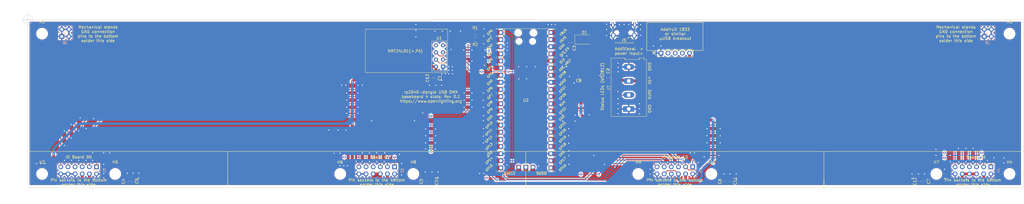
<source format=kicad_pcb>
(kicad_pcb (version 20171130) (host pcbnew 5.1.9)
  (title_block (title "rp2040_dongle baseboard 4 slots") (date 2021-03-19) (rev 0.1) (company https://www.openlighting.org/))
  (layers (0 F.Cu signal) (31 B.Cu signal) (34 B.Paste user) (35 F.Paste user) (36 B.SilkS user) (37 F.SilkS user) (38 B.Mask user) (39 F.Mask user) (44 Edge.Cuts user))
  (net 0 "")
  (net 1 GND)
  (net 2 "Net-(D1-Pad2)")
  (net 3 +3V3)
  (net 4 VDD)
  (net 5 /IO0_GP3)
  (net 6 /IO0_GP2)
  (net 7 /IO0_GP1)
  (net 8 /IO0_GP0)
  (net 9 /SCL)
  (net 10 /SDA)
  (net 11 /IO1_GP0)
  (net 12 /IO1_GP1)
  (net 13 /IO1_GP2)
  (net 14 /IO1_GP3)
  (net 15 /IO2_GP0)
  (net 16 /IO2_GP1)
  (net 17 /IO2_GP2)
  (net 18 /IO2_GP3)
  (net 19 /SPI_CLK)
  (net 20 /SPI_MOSI)
  (net 21 /SPI_MISO)
  (net 22 /SPI_CS0)
  (net 23 /IO3_GP0)
  (net 24 /IO3_GP1)
  (net 25 /IO3_GP2)
  (net 26 /IO3_GP3)
  (net 27 /STATUS_LEDS)
  (net 28 /NRF_CE)
  (net 29 "Net-(U2-Pad30)")
  (net 30 "Net-(U2-Pad31)")
  (net 31 "Net-(U2-Pad32)")
  (net 32 "Net-(U2-Pad37)")
  (net 33 "Net-(U2-Pad40)")
  (net 34 "Net-(U2-Pad41)")
  (net 35 "Net-(U2-Pad42)")
  (net 36 "Net-(U2-Pad43)")
  (net 37 "Net-(U2-Pad35)")
  (module Capacitor_SMD:C_0603_1608Metric (layer F.Cu) (at 168.383 45.828 270)
    (fp_text reference C13 (at 0 1.397 90) (layer F.SilkS))
    (fp_text value 1nF)
    (pad 2 smd roundrect (at 0.775 0 270) (size 0.9 0.95) (layers F.Cu F.Paste F.Mask) (net 1 GND))
    (pad 1 smd roundrect (at -0.775 0 270) (size 0.9 0.95) (layers F.Cu F.Paste F.Mask) (net 3 +3V3))
  )
  (module Capacitor_SMD:C_0603_1608Metric (layer F.Cu) (at 341.738 82.645 90)
    (fp_text reference C12 (at 0 -1.43 90) (layer F.SilkS))
    (fp_text value 1nF)
    (pad 2 smd roundrect (at 0.775 0 90) (size 0.9 0.95) (layers F.Cu F.Paste F.Mask) (net 1 GND))
    (pad 1 smd roundrect (at -0.775 0 90) (size 0.9 0.95) (layers F.Cu F.Paste F.Mask) (net 4 VDD))
  )
  (module Capacitor_SMD:C_0603_1608Metric (layer F.Cu) (at 274.809 82.671 90)
    (fp_text reference C11 (at 0.14 1.651 90) (layer F.SilkS))
    (fp_text value 1nF)
    (pad 2 smd roundrect (at 0.775 0 90) (size 0.9 0.95) (layers F.Cu F.Paste F.Mask) (net 1 GND))
    (pad 1 smd roundrect (at -0.775 0 90) (size 0.9 0.95) (layers F.Cu F.Paste F.Mask) (net 4 VDD))
  )
  (module Capacitor_SMD:C_0603_1608Metric (layer F.Cu) (at 168.764 82.658 90)
    (fp_text reference C10 (at 0.127 1.524 90) (layer F.SilkS))
    (fp_text value 1nF)
    (pad 2 smd roundrect (at 0.775 0 90) (size 0.9 0.95) (layers F.Cu F.Paste F.Mask) (net 1 GND))
    (pad 1 smd roundrect (at -0.775 0 90) (size 0.9 0.95) (layers F.Cu F.Paste F.Mask) (net 4 VDD))
  )
  (module Capacitor_SMD:C_0603_1608Metric (layer F.Cu) (at 62.211 82.658 90)
    (fp_text reference C9 (at 0.127 1.524 90) (layer F.SilkS))
    (fp_text value 1nF)
    (pad 2 smd roundrect (at 0.775 0 90) (size 0.9 0.95) (layers F.Cu F.Paste F.Mask) (net 1 GND))
    (pad 1 smd roundrect (at -0.775 0 90) (size 0.9 0.95) (layers F.Cu F.Paste F.Mask) (net 4 VDD))
  )
  (module Capacitor_SMD:C_0603_1608Metric (layer F.Cu) (at 220.834 45.32 180)
    (fp_text reference C8 (at 0 -1.43) (layer F.SilkS))
    (fp_text value 100nF)
    (pad 2 smd roundrect (at 0.775 0 180) (size 0.9 0.95) (layers F.Cu F.Paste F.Mask) (net 1 GND))
    (pad 1 smd roundrect (at -0.775 0 180) (size 0.9 0.95) (layers F.Cu F.Paste F.Mask) (net 3 +3V3))
  )
  (module Capacitor_SMD:C_0603_1608Metric (layer F.Cu) (at 343.77 82.645 90)
    (fp_text reference C7 (at 0 1.524 90) (layer F.SilkS))
    (fp_text value 100nF)
    (pad 2 smd roundrect (at 0.775 0 90) (size 0.9 0.95) (layers F.Cu F.Paste F.Mask) (net 1 GND))
    (pad 1 smd roundrect (at -0.775 0 90) (size 0.9 0.95) (layers F.Cu F.Paste F.Mask) (net 4 VDD))
  )
  (module Capacitor_SMD:C_0603_1608Metric (layer F.Cu) (at 272.396 82.645 90)
    (fp_text reference C6 (at 0 -1.43 90) (layer F.SilkS))
    (fp_text value 100nF)
    (pad 2 smd roundrect (at 0.775 0 90) (size 0.9 0.95) (layers F.Cu F.Paste F.Mask) (net 1 GND))
    (pad 1 smd roundrect (at -0.775 0 90) (size 0.9 0.95) (layers F.Cu F.Paste F.Mask) (net 4 VDD))
  )
  (module Capacitor_SMD:C_0603_1608Metric (layer F.Cu) (at 166.224 82.645 90)
    (fp_text reference C5 (at 0 -1.43 90) (layer F.SilkS))
    (fp_text value 100nF)
    (pad 2 smd roundrect (at 0.775 0 90) (size 0.9 0.95) (layers F.Cu F.Paste F.Mask) (net 1 GND))
    (pad 1 smd roundrect (at -0.775 0 90) (size 0.9 0.95) (layers F.Cu F.Paste F.Mask) (net 4 VDD))
  )
  (module Capacitor_SMD:C_0603_1608Metric (layer F.Cu) (at 60.306 82.645 90)
    (fp_text reference C4 (at 0 -1.43 90) (layer F.SilkS))
    (fp_text value 100nF)
    (pad 2 smd roundrect (at 0.775 0 90) (size 0.9 0.95) (layers F.Cu F.Paste F.Mask) (net 1 GND))
    (pad 1 smd roundrect (at -0.775 0 90) (size 0.9 0.95) (layers F.Cu F.Paste F.Mask) (net 4 VDD))
  )
  (module Capacitor_SMD:C_0603_1608Metric (layer F.Cu) (at 217.786 33.128 270)
    (fp_text reference C3 (at 2.032 -1.43 90) (layer F.SilkS))
    (fp_text value 100nF)
    (pad 2 smd roundrect (at 0.775 0 270) (size 0.9 0.95) (layers F.Cu F.Paste F.Mask) (net 1 GND))
    (pad 1 smd roundrect (at -0.775 0 270) (size 0.9 0.95) (layers F.Cu F.Paste F.Mask) (net 4 VDD))
  )
  (module Capacitor_SMD:C_0603_1608Metric (layer F.Cu) (at 231.248 45.828 90)
    (fp_text reference C2 (at 2.54 0 90) (layer F.SilkS))
    (fp_text value 100nF)
    (pad 2 smd roundrect (at 0.775 0 90) (size 0.9 0.95) (layers F.Cu F.Paste F.Mask) (net 1 GND))
    (pad 1 smd roundrect (at -0.775 0 90) (size 0.9 0.95) (layers F.Cu F.Paste F.Mask) (net 4 VDD))
  )
  (module Capacitor_SMD:C_0603_1608Metric (layer F.Cu) (at 170.034 45.815 270)
    (fp_text reference C1 (at 0 -1.43 90) (layer F.SilkS))
    (fp_text value 100nF)
    (pad 2 smd roundrect (at 0.775 0 270) (size 0.9 0.95) (layers F.Cu F.Paste F.Mask) (net 1 GND))
    (pad 1 smd roundrect (at -0.775 0 270) (size 0.9 0.95) (layers F.Cu F.Paste F.Mask) (net 3 +3V3))
  )
  (module RF_Module:nRF24L01_Breakout (layer F.Cu) (at 172.574 41.764 180)
    (fp_text reference U1 (at 1.397 10.16) (layer F.SilkS))
    (fp_text value NRF24L01_Breakout)
    (pad 1 thru_hole rect (at 0 0 180) (size 1.524 1.524) (drill 0.762) (layers *.Cu *.Mask) (net 1 GND))
    (pad 2 thru_hole circle (at 2.54 0 180) (size 1.524 1.524) (drill 0.762) (layers *.Cu *.Mask) (net 3 +3V3))
    (pad 3 thru_hole circle (at 0 2.54 180) (size 1.524 1.524) (drill 0.762) (layers *.Cu *.Mask) (net 28 /NRF_CE))
    (pad 4 thru_hole circle (at 2.54 2.54 180) (size 1.524 1.524) (drill 0.762) (layers *.Cu *.Mask) (net 22 /SPI_CS0))
    (pad 5 thru_hole circle (at 0 5.08 180) (size 1.524 1.524) (drill 0.762) (layers *.Cu *.Mask) (net 19 /SPI_CLK))
    (pad 6 thru_hole circle (at 2.54 5.08 180) (size 1.524 1.524) (drill 0.762) (layers *.Cu *.Mask) (net 20 /SPI_MOSI))
    (pad 7 thru_hole circle (at 0 7.62 180) (size 1.524 1.524) (drill 0.762) (layers *.Cu *.Mask) (net 21 /SPI_MISO))
    (pad 8 thru_hole circle (at 2.54 7.62 180) (size 1.524 1.524) (drill 0.762) (layers *.Cu *.Mask))
  )
  (module TerminalBlock:TerminalBlock_Altech_AK300-4_P5.00mm (layer F.Cu) (at 238.614 56.844 90)
    (fp_text reference J7 (at 7.5 -7.15 90) (layer F.SilkS))
    (fp_text value Screw_Terminal_01x04)
    (pad 3 thru_hole oval (at 10 0 90) (size 1.98 3.96) (drill 1.32) (layers *.Cu *.Mask) (net 4 VDD))
    (pad 4 thru_hole oval (at 15 0 90) (size 1.98 3.96) (drill 1.32) (layers *.Cu *.Mask) (net 1 GND))
    (pad 2 thru_hole oval (at 5 0 90) (size 1.98 3.96) (drill 1.32) (layers *.Cu *.Mask) (net 27 /STATUS_LEDS))
    (pad 1 thru_hole rect (at 0 0 90) (size 1.98 3.96) (drill 1.32) (layers *.Cu *.Mask) (net 1 GND))
  )
  (module Resistor_SMD:R_0805_2012Metric_Pad1.20x1.40mm_HandSolder (layer F.Cu) (at 184.004 32.112)
    (fp_text reference R2 (at 0 1.778) (layer F.SilkS))
    (fp_text value 2k)
    (pad 2 smd roundrect (at 1 0) (size 1.2 1.4) (layers F.Cu F.Paste F.Mask) (roundrect_rratio 0.208333) (net 9 /SCL))
    (pad 1 smd roundrect (at -1 0) (size 1.2 1.4) (layers F.Cu F.Paste F.Mask) (roundrect_rratio 0.208333) (net 3 +3V3))
  )
  (module Resistor_SMD:R_0805_2012Metric_Pad1.20x1.40mm_HandSolder (layer F.Cu) (at 184.004 29.572)
    (fp_text reference R1 (at 0 -1.65) (layer F.SilkS))
    (fp_text value 2k)
    (pad 2 smd roundrect (at 1 0) (size 1.2 1.4) (layers F.Cu F.Paste F.Mask) (roundrect_rratio 0.208333) (net 10 /SDA))
    (pad 1 smd roundrect (at -1 0) (size 1.2 1.4) (layers F.Cu F.Paste F.Mask) (roundrect_rratio 0.208333) (net 3 +3V3))
  )
  (module Connector_PinSocket_2.54mm:PinSocket_2x06_P2.54mm_Vertical (layer B.Cu) (at 367.35 77.46 90)
    (fp_text reference J4 (at -1.27 2.77 90) (layer B.SilkS) (effects (justify mirror)))
    (fp_text value IO-Board_11)
    (pad 12 thru_hole oval (at -2.54 -12.7 90) (size 1.7 1.7) (drill 1) (layers *.Cu *.Mask) (net 1 GND))
    (pad 11 thru_hole oval (at 0 -12.7 90) (size 1.7 1.7) (drill 1) (layers *.Cu *.Mask) (net 23 /IO3_GP0))
    (pad 10 thru_hole oval (at -2.54 -10.16 90) (size 1.7 1.7) (drill 1) (layers *.Cu *.Mask) (net 3 +3V3))
    (pad 9 thru_hole oval (at 0 -10.16 90) (size 1.7 1.7) (drill 1) (layers *.Cu *.Mask) (net 24 /IO3_GP1))
    (pad 8 thru_hole oval (at -2.54 -7.62 90) (size 1.7 1.7) (drill 1) (layers *.Cu *.Mask) (net 3 +3V3))
    (pad 7 thru_hole oval (at 0 -7.62 90) (size 1.7 1.7) (drill 1) (layers *.Cu *.Mask) (net 25 /IO3_GP2))
    (pad 6 thru_hole oval (at -2.54 -5.08 90) (size 1.7 1.7) (drill 1) (layers *.Cu *.Mask) (net 3 +3V3))
    (pad 5 thru_hole oval (at 0 -5.08 90) (size 1.7 1.7) (drill 1) (layers *.Cu *.Mask) (net 26 /IO3_GP3))
    (pad 4 thru_hole oval (at -2.54 -2.54 90) (size 1.7 1.7) (drill 1) (layers *.Cu *.Mask) (net 4 VDD))
    (pad 3 thru_hole oval (at 0 -2.54 90) (size 1.7 1.7) (drill 1) (layers *.Cu *.Mask) (net 9 /SCL))
    (pad 2 thru_hole oval (at -2.54 0 90) (size 1.7 1.7) (drill 1) (layers *.Cu *.Mask) (net 1 GND))
    (pad 1 thru_hole rect (at 0 0 90) (size 1.7 1.7) (drill 1) (layers *.Cu *.Mask) (net 10 /SDA))
  )
  (module Connector_PinSocket_2.54mm:PinSocket_2x06_P2.54mm_Vertical (layer B.Cu) (at 261.35 77.46 90)
    (fp_text reference J3 (at -1.27 2.77 90) (layer B.SilkS) (effects (justify mirror)))
    (fp_text value IO-Board_10)
    (pad 12 thru_hole oval (at -2.54 -12.7 90) (size 1.7 1.7) (drill 1) (layers *.Cu *.Mask) (net 1 GND))
    (pad 11 thru_hole oval (at 0 -12.7 90) (size 1.7 1.7) (drill 1) (layers *.Cu *.Mask) (net 15 /IO2_GP0))
    (pad 10 thru_hole oval (at -2.54 -10.16 90) (size 1.7 1.7) (drill 1) (layers *.Cu *.Mask) (net 3 +3V3))
    (pad 9 thru_hole oval (at 0 -10.16 90) (size 1.7 1.7) (drill 1) (layers *.Cu *.Mask) (net 16 /IO2_GP1))
    (pad 8 thru_hole oval (at -2.54 -7.62 90) (size 1.7 1.7) (drill 1) (layers *.Cu *.Mask) (net 1 GND))
    (pad 7 thru_hole oval (at 0 -7.62 90) (size 1.7 1.7) (drill 1) (layers *.Cu *.Mask) (net 17 /IO2_GP2))
    (pad 6 thru_hole oval (at -2.54 -5.08 90) (size 1.7 1.7) (drill 1) (layers *.Cu *.Mask) (net 3 +3V3))
    (pad 5 thru_hole oval (at 0 -5.08 90) (size 1.7 1.7) (drill 1) (layers *.Cu *.Mask) (net 18 /IO2_GP3))
    (pad 4 thru_hole oval (at -2.54 -2.54 90) (size 1.7 1.7) (drill 1) (layers *.Cu *.Mask) (net 4 VDD))
    (pad 3 thru_hole oval (at 0 -2.54 90) (size 1.7 1.7) (drill 1) (layers *.Cu *.Mask) (net 9 /SCL))
    (pad 2 thru_hole oval (at -2.54 0 90) (size 1.7 1.7) (drill 1) (layers *.Cu *.Mask) (net 1 GND))
    (pad 1 thru_hole rect (at 0 0 90) (size 1.7 1.7) (drill 1) (layers *.Cu *.Mask) (net 10 /SDA))
  )
  (module Connector_PinSocket_2.54mm:PinSocket_2x06_P2.54mm_Vertical (layer B.Cu) (at 155.35 77.46 90)
    (fp_text reference J2 (at -1.27 2.77 90) (layer B.SilkS) (effects (justify mirror)))
    (fp_text value IO-Board_01)
    (pad 12 thru_hole oval (at -2.54 -12.7 90) (size 1.7 1.7) (drill 1) (layers *.Cu *.Mask) (net 1 GND))
    (pad 11 thru_hole oval (at 0 -12.7 90) (size 1.7 1.7) (drill 1) (layers *.Cu *.Mask) (net 11 /IO1_GP0))
    (pad 10 thru_hole oval (at -2.54 -10.16 90) (size 1.7 1.7) (drill 1) (layers *.Cu *.Mask) (net 1 GND))
    (pad 9 thru_hole oval (at 0 -10.16 90) (size 1.7 1.7) (drill 1) (layers *.Cu *.Mask) (net 12 /IO1_GP1))
    (pad 8 thru_hole oval (at -2.54 -7.62 90) (size 1.7 1.7) (drill 1) (layers *.Cu *.Mask) (net 3 +3V3))
    (pad 7 thru_hole oval (at 0 -7.62 90) (size 1.7 1.7) (drill 1) (layers *.Cu *.Mask) (net 13 /IO1_GP2))
    (pad 6 thru_hole oval (at -2.54 -5.08 90) (size 1.7 1.7) (drill 1) (layers *.Cu *.Mask) (net 3 +3V3))
    (pad 5 thru_hole oval (at 0 -5.08 90) (size 1.7 1.7) (drill 1) (layers *.Cu *.Mask) (net 14 /IO1_GP3))
    (pad 4 thru_hole oval (at -2.54 -2.54 90) (size 1.7 1.7) (drill 1) (layers *.Cu *.Mask) (net 4 VDD))
    (pad 3 thru_hole oval (at 0 -2.54 90) (size 1.7 1.7) (drill 1) (layers *.Cu *.Mask) (net 9 /SCL))
    (pad 2 thru_hole oval (at -2.54 0 90) (size 1.7 1.7) (drill 1) (layers *.Cu *.Mask) (net 1 GND))
    (pad 1 thru_hole rect (at 0 0 90) (size 1.7 1.7) (drill 1) (layers *.Cu *.Mask) (net 10 /SDA))
  )
  (module Connector_PinSocket_2.54mm:PinSocket_2x06_P2.54mm_Vertical (layer B.Cu) (at 49.35 77.46 90)
    (fp_text reference J1 (at -1.27 2.77 90) (layer B.SilkS) (effects (justify mirror)))
    (fp_text value IO-Board_00)
    (pad 12 thru_hole oval (at -2.54 -12.7 90) (size 1.7 1.7) (drill 1) (layers *.Cu *.Mask) (net 1 GND))
    (pad 11 thru_hole oval (at 0 -12.7 90) (size 1.7 1.7) (drill 1) (layers *.Cu *.Mask) (net 8 /IO0_GP0))
    (pad 10 thru_hole oval (at -2.54 -10.16 90) (size 1.7 1.7) (drill 1) (layers *.Cu *.Mask) (net 1 GND))
    (pad 9 thru_hole oval (at 0 -10.16 90) (size 1.7 1.7) (drill 1) (layers *.Cu *.Mask) (net 7 /IO0_GP1))
    (pad 8 thru_hole oval (at -2.54 -7.62 90) (size 1.7 1.7) (drill 1) (layers *.Cu *.Mask) (net 1 GND))
    (pad 7 thru_hole oval (at 0 -7.62 90) (size 1.7 1.7) (drill 1) (layers *.Cu *.Mask) (net 6 /IO0_GP2))
    (pad 6 thru_hole oval (at -2.54 -5.08 90) (size 1.7 1.7) (drill 1) (layers *.Cu *.Mask) (net 3 +3V3))
    (pad 5 thru_hole oval (at 0 -5.08 90) (size 1.7 1.7) (drill 1) (layers *.Cu *.Mask) (net 5 /IO0_GP3))
    (pad 4 thru_hole oval (at -2.54 -2.54 90) (size 1.7 1.7) (drill 1) (layers *.Cu *.Mask) (net 4 VDD))
    (pad 3 thru_hole oval (at 0 -2.54 90) (size 1.7 1.7) (drill 1) (layers *.Cu *.Mask) (net 9 /SCL))
    (pad 2 thru_hole oval (at -2.54 0 90) (size 1.7 1.7) (drill 1) (layers *.Cu *.Mask) (net 1 GND))
    (pad 1 thru_hole rect (at 0 0 90) (size 1.7 1.7) (drill 1) (layers *.Cu *.Mask) (net 10 /SDA))
  )
  (module Connector_PinHeader_2.54mm:PinHeader_2x02_P2.54mm_Vertical (layer B.Cu) (at 365 31)
    (fp_text reference J9 (at 1.27 2.33) (layer B.SilkS) (effects (justify mirror)))
    (fp_text value Conn_02x02_Odd_Even)
    (pad 4 thru_hole oval (at 2.54 -2.54) (size 1.7 1.7) (drill 1) (layers *.Cu *.Mask) (net 1 GND))
    (pad 3 thru_hole oval (at 0 -2.54) (size 1.7 1.7) (drill 1) (layers *.Cu *.Mask) (net 1 GND))
    (pad 2 thru_hole oval (at 2.54 0) (size 1.7 1.7) (drill 1) (layers *.Cu *.Mask) (net 1 GND))
    (pad 1 thru_hole rect (at 0 0) (size 1.7 1.7) (drill 1) (layers *.Cu *.Mask) (net 1 GND))
  )
  (module Connector_PinHeader_2.54mm:PinHeader_2x02_P2.54mm_Vertical (layer B.Cu) (at 37 31)
    (fp_text reference J8 (at 1.27 2.33) (layer B.SilkS) (effects (justify mirror)))
    (fp_text value Conn_02x02_Odd_Even)
    (pad 4 thru_hole oval (at 2.54 -2.54) (size 1.7 1.7) (drill 1) (layers *.Cu *.Mask) (net 1 GND))
    (pad 3 thru_hole oval (at 0 -2.54) (size 1.7 1.7) (drill 1) (layers *.Cu *.Mask) (net 1 GND))
    (pad 2 thru_hole oval (at 2.54 0) (size 1.7 1.7) (drill 1) (layers *.Cu *.Mask) (net 1 GND))
    (pad 1 thru_hole rect (at 0 0) (size 1.7 1.7) (drill 1) (layers *.Cu *.Mask) (net 1 GND))
  )
  (module MountingHole:MountingHole_3.2mm_M3 (layer F.Cu) (at 268 80)
    (fp_text reference H10 (at 0 -4.2) (layer F.SilkS))
    (fp_text value MountingHole)
    (pad 1 np_thru_hole circle (at 0 0) (size 3.2 3.2) (drill 3.2) (layers *.Cu *.Mask))
  )
  (module MountingHole:MountingHole_3.2mm_M3 (layer F.Cu) (at 242 80)
    (fp_text reference H9 (at 0 -4.2) (layer F.SilkS))
    (fp_text value MountingHole)
    (pad 1 np_thru_hole circle (at 0 0) (size 3.2 3.2) (drill 3.2) (layers *.Cu *.Mask))
  )
  (module Connector_PinHeader_2.54mm:PinHeader_1x05_P2.54mm_Vertical (layer F.Cu) (at 250.044 36.938 90)
    (fp_text reference J6 (at 0 -2.33 90) (layer F.SilkS))
    (fp_text value "Conn_01x05: Adafruit 1833")
    (pad 5 thru_hole oval (at 0 10.16 90) (size 1.7 1.7) (drill 1) (layers *.Cu *.Mask) (net 2 "Net-(D1-Pad2)"))
    (pad 4 thru_hole oval (at 0 7.62 90) (size 1.7 1.7) (drill 1) (layers *.Cu *.Mask))
    (pad 3 thru_hole oval (at 0 5.08 90) (size 1.7 1.7) (drill 1) (layers *.Cu *.Mask))
    (pad 2 thru_hole oval (at 0 2.54 90) (size 1.7 1.7) (drill 1) (layers *.Cu *.Mask))
    (pad 1 thru_hole rect (at 0 0 90) (size 1.7 1.7) (drill 1) (layers *.Cu *.Mask) (net 1 GND))
  )
  (module MountingHole:MountingHole_3.2mm_M3 (layer F.Cu) (at 136 80)
    (fp_text reference H6 (at 0 -4.2) (layer F.SilkS))
    (fp_text value MountingHole)
    (pad 1 np_thru_hole circle (at 0 0) (size 3.2 3.2) (drill 3.2) (layers *.Cu *.Mask))
  )
  (module MountingHole:MountingHole_3.2mm_M3 (layer F.Cu) (at 30 30)
    (fp_text reference H1 (at 0 -4.2) (layer F.SilkS))
    (fp_text value MountingHole)
    (pad 1 np_thru_hole circle (at 0 0) (size 3.2 3.2) (drill 3.2) (layers *.Cu *.Mask))
  )
  (module MountingHole:MountingHole_3.2mm_M3 (layer F.Cu) (at 374 30)
    (fp_text reference H3 (at 0 -4.2) (layer F.SilkS))
    (fp_text value MountingHole)
    (pad 1 np_thru_hole circle (at 0 0) (size 3.2 3.2) (drill 3.2) (layers *.Cu *.Mask))
  )
  (module MountingHole:MountingHole_3.2mm_M3 (layer F.Cu) (at 374 80)
    (fp_text reference H4 (at 0 -4.2) (layer F.SilkS))
    (fp_text value MountingHole)
    (pad 1 np_thru_hole circle (at 0 0) (size 3.2 3.2) (drill 3.2) (layers *.Cu *.Mask))
  )
  (module MountingHole:MountingHole_3.2mm_M3 (layer F.Cu) (at 30 80)
    (fp_text reference H2 (at 0 -4.2) (layer F.SilkS))
    (fp_text value MountingHole)
    (pad 1 np_thru_hole circle (at 0 0) (size 3.2 3.2) (drill 3.2) (layers *.Cu *.Mask))
  )
  (module MCU_RPi:RPi_Pico_SMD_TH (layer F.Cu) (at 202 53.702)
    (fp_text reference U2 (at 0 0) (layer F.SilkS))
    (fp_text value Pico)
    (fp_text user GP1 (at -12.9 -21.6 45) (layer F.SilkS) (effects (font (size 0.8 0.8))))
    (fp_text user GP2 (at -12.9 -16.51 45) (layer F.SilkS) (effects (font (size 0.8 0.8))))
    (fp_text user GP0 (at -12.8 -24.13 45) (layer F.SilkS) (effects (font (size 0.8 0.8))))
    (fp_text user GP3 (at -12.8 -13.97 45) (layer F.SilkS) (effects (font (size 0.8 0.8))))
    (fp_text user GP4 (at -12.8 -11.43 45) (layer F.SilkS) (effects (font (size 0.8 0.8))))
    (fp_text user GP5 (at -12.8 -8.89 45) (layer F.SilkS) (effects (font (size 0.8 0.8))))
    (fp_text user GP6 (at -12.8 -3.81 45) (layer F.SilkS) (effects (font (size 0.8 0.8))))
    (fp_text user GP7 (at -12.7 -1.3 45) (layer F.SilkS) (effects (font (size 0.8 0.8))))
    (fp_text user GP8 (at -12.8 1.27 45) (layer F.SilkS) (effects (font (size 0.8 0.8))))
    (fp_text user GP9 (at -12.8 3.81 45) (layer F.SilkS) (effects (font (size 0.8 0.8))))
    (fp_text user GP10 (at -13.054 8.89 45) (layer F.SilkS) (effects (font (size 0.8 0.8))))
    (fp_text user GP11 (at -13.2 11.43 45) (layer F.SilkS) (effects (font (size 0.8 0.8))))
    (fp_text user GP12 (at -13.2 13.97 45) (layer F.SilkS) (effects (font (size 0.8 0.8))))
    (fp_text user GP13 (at -13.054 16.51 45) (layer F.SilkS) (effects (font (size 0.8 0.8))))
    (fp_text user GP14 (at -13.1 21.59 45) (layer F.SilkS) (effects (font (size 0.8 0.8))))
    (fp_text user GP15 (at -13.054 24.13 45) (layer F.SilkS) (effects (font (size 0.8 0.8))))
    (fp_text user GP16 (at 13.054 24.13 45) (layer F.SilkS) (effects (font (size 0.8 0.8))))
    (fp_text user GP17 (at 13.054 21.59 45) (layer F.SilkS) (effects (font (size 0.8 0.8))))
    (fp_text user GP18 (at 13.054 16.51 45) (layer F.SilkS) (effects (font (size 0.8 0.8))))
    (fp_text user GP19 (at 13.054 13.97 45) (layer F.SilkS) (effects (font (size 0.8 0.8))))
    (fp_text user GP20 (at 13.054 11.43 45) (layer F.SilkS) (effects (font (size 0.8 0.8))))
    (fp_text user GP21 (at 13.054 8.9 45) (layer F.SilkS) (effects (font (size 0.8 0.8))))
    (fp_text user GP22 (at 13.054 3.81 45) (layer F.SilkS) (effects (font (size 0.8 0.8))))
    (fp_text user RUN (at 13 1.27 45) (layer F.SilkS) (effects (font (size 0.8 0.8))))
    (fp_text user GP26 (at 13.054 -1.27 45) (layer F.SilkS) (effects (font (size 0.8 0.8))))
    (fp_text user GP27 (at 13.054 -3.8 45) (layer F.SilkS) (effects (font (size 0.8 0.8))))
    (fp_text user GP28 (at 13.054 -9.144 45) (layer F.SilkS) (effects (font (size 0.8 0.8))))
    (fp_text user ADC_VREF (at 14 -12.5 45) (layer F.SilkS) (effects (font (size 0.8 0.8))))
    (fp_text user 3V3 (at 12.9 -13.9 45) (layer F.SilkS) (effects (font (size 0.8 0.8))))
    (fp_text user 3V3_EN (at 13.7 -17.2 45) (layer F.SilkS) (effects (font (size 0.8 0.8))))
    (fp_text user VSYS (at 13.2 -21.59 45) (layer F.SilkS) (effects (font (size 0.8 0.8))))
    (fp_text user VBUS (at 13.3 -24.2 45) (layer F.SilkS) (effects (font (size 0.8 0.8))))
    (fp_text user GND (at -12.8 -19.05 45) (layer F.SilkS) (effects (font (size 0.8 0.8))))
    (fp_text user GND (at -12.8 -6.35 45) (layer F.SilkS) (effects (font (size 0.8 0.8))))
    (fp_text user GND (at -12.8 6.35 45) (layer F.SilkS) (effects (font (size 0.8 0.8))))
    (fp_text user GND (at -12.8 19.05 45) (layer F.SilkS) (effects (font (size 0.8 0.8))))
    (fp_text user GND (at 12.8 19.05 45) (layer F.SilkS) (effects (font (size 0.8 0.8))))
    (fp_text user GND (at 12.8 6.35 45) (layer F.SilkS) (effects (font (size 0.8 0.8))))
    (fp_text user GND (at 12.8 -19.05 45) (layer F.SilkS) (effects (font (size 0.8 0.8))))
    (fp_text user AGND (at 13.054 -6.35 45) (layer F.SilkS) (effects (font (size 0.8 0.8))))
    (fp_text user SWCLK (at -5.7 26.2) (layer F.SilkS) (effects (font (size 0.8 0.8))))
    (fp_text user SWDIO (at 5.6 26.2) (layer F.SilkS) (effects (font (size 0.8 0.8))))
    (pad 1 thru_hole oval (at -8.89 -24.13) (size 1.7 1.7) (drill 1.02) (layers *.Cu *.Mask) (net 10 /SDA))
    (pad 2 thru_hole oval (at -8.89 -21.59) (size 1.7 1.7) (drill 1.02) (layers *.Cu *.Mask) (net 9 /SCL))
    (pad 3 thru_hole rect (at -8.89 -19.05) (size 1.7 1.7) (drill 1.02) (layers *.Cu *.Mask) (net 1 GND))
    (pad 4 thru_hole oval (at -8.89 -16.51) (size 1.7 1.7) (drill 1.02) (layers *.Cu *.Mask) (net 19 /SPI_CLK))
    (pad 5 thru_hole oval (at -8.89 -13.97) (size 1.7 1.7) (drill 1.02) (layers *.Cu *.Mask) (net 20 /SPI_MOSI))
    (pad 6 thru_hole oval (at -8.89 -11.43) (size 1.7 1.7) (drill 1.02) (layers *.Cu *.Mask) (net 21 /SPI_MISO))
    (pad 7 thru_hole oval (at -8.89 -8.89) (size 1.7 1.7) (drill 1.02) (layers *.Cu *.Mask) (net 22 /SPI_CS0))
    (pad 8 thru_hole rect (at -8.89 -6.35) (size 1.7 1.7) (drill 1.02) (layers *.Cu *.Mask) (net 1 GND))
    (pad 9 thru_hole oval (at -8.89 -3.81) (size 1.7 1.7) (drill 1.02) (layers *.Cu *.Mask) (net 8 /IO0_GP0))
    (pad 10 thru_hole oval (at -8.89 -1.27) (size 1.7 1.7) (drill 1.02) (layers *.Cu *.Mask) (net 7 /IO0_GP1))
    (pad 11 thru_hole oval (at -8.89 1.27) (size 1.7 1.7) (drill 1.02) (layers *.Cu *.Mask) (net 6 /IO0_GP2))
    (pad 12 thru_hole oval (at -8.89 3.81) (size 1.7 1.7) (drill 1.02) (layers *.Cu *.Mask) (net 5 /IO0_GP3))
    (pad 13 thru_hole rect (at -8.89 6.35) (size 1.7 1.7) (drill 1.02) (layers *.Cu *.Mask) (net 1 GND))
    (pad 14 thru_hole oval (at -8.89 8.89) (size 1.7 1.7) (drill 1.02) (layers *.Cu *.Mask) (net 11 /IO1_GP0))
    (pad 15 thru_hole oval (at -8.89 11.43) (size 1.7 1.7) (drill 1.02) (layers *.Cu *.Mask) (net 12 /IO1_GP1))
    (pad 16 thru_hole oval (at -8.89 13.97) (size 1.7 1.7) (drill 1.02) (layers *.Cu *.Mask) (net 13 /IO1_GP2))
    (pad 17 thru_hole oval (at -8.89 16.51) (size 1.7 1.7) (drill 1.02) (layers *.Cu *.Mask) (net 14 /IO1_GP3))
    (pad 18 thru_hole rect (at -8.89 19.05) (size 1.7 1.7) (drill 1.02) (layers *.Cu *.Mask) (net 1 GND))
    (pad 19 thru_hole oval (at -8.89 21.59) (size 1.7 1.7) (drill 1.02) (layers *.Cu *.Mask) (net 15 /IO2_GP0))
    (pad 20 thru_hole oval (at -8.89 24.13) (size 1.7 1.7) (drill 1.02) (layers *.Cu *.Mask) (net 16 /IO2_GP1))
    (pad 21 thru_hole oval (at 8.89 24.13) (size 1.7 1.7) (drill 1.02) (layers *.Cu *.Mask) (net 17 /IO2_GP2))
    (pad 22 thru_hole oval (at 8.89 21.59) (size 1.7 1.7) (drill 1.02) (layers *.Cu *.Mask) (net 18 /IO2_GP3))
    (pad 23 thru_hole rect (at 8.89 19.05) (size 1.7 1.7) (drill 1.02) (layers *.Cu *.Mask) (net 1 GND))
    (pad 24 thru_hole oval (at 8.89 16.51) (size 1.7 1.7) (drill 1.02) (layers *.Cu *.Mask) (net 23 /IO3_GP0))
    (pad 25 thru_hole oval (at 8.89 13.97) (size 1.7 1.7) (drill 1.02) (layers *.Cu *.Mask) (net 24 /IO3_GP1))
    (pad 26 thru_hole oval (at 8.89 11.43) (size 1.7 1.7) (drill 1.02) (layers *.Cu *.Mask) (net 25 /IO3_GP2))
    (pad 27 thru_hole oval (at 8.89 8.89) (size 1.7 1.7) (drill 1.02) (layers *.Cu *.Mask) (net 26 /IO3_GP3))
    (pad 28 thru_hole rect (at 8.89 6.35) (size 1.7 1.7) (drill 1.02) (layers *.Cu *.Mask) (net 1 GND))
    (pad 29 thru_hole oval (at 8.89 3.81) (size 1.7 1.7) (drill 1.02) (layers *.Cu *.Mask) (net 27 /STATUS_LEDS))
    (pad 30 thru_hole oval (at 8.89 1.27) (size 1.7 1.7) (drill 1.02) (layers *.Cu *.Mask) (net 29 "Net-(U2-Pad30)"))
    (pad 31 thru_hole oval (at 8.89 -1.27) (size 1.7 1.7) (drill 1.02) (layers *.Cu *.Mask) (net 30 "Net-(U2-Pad31)"))
    (pad 32 thru_hole oval (at 8.89 -3.81) (size 1.7 1.7) (drill 1.02) (layers *.Cu *.Mask) (net 31 "Net-(U2-Pad32)"))
    (pad 33 thru_hole rect (at 8.89 -6.35) (size 1.7 1.7) (drill 1.02) (layers *.Cu *.Mask) (net 1 GND))
    (pad 34 thru_hole oval (at 8.89 -8.89) (size 1.7 1.7) (drill 1.02) (layers *.Cu *.Mask) (net 28 /NRF_CE))
    (pad 35 thru_hole oval (at 8.89 -11.43) (size 1.7 1.7) (drill 1.02) (layers *.Cu *.Mask) (net 37 "Net-(U2-Pad35)"))
    (pad 36 thru_hole oval (at 8.89 -13.97) (size 1.7 1.7) (drill 1.02) (layers *.Cu *.Mask) (net 3 +3V3))
    (pad 37 thru_hole oval (at 8.89 -16.51) (size 1.7 1.7) (drill 1.02) (layers *.Cu *.Mask) (net 32 "Net-(U2-Pad37)"))
    (pad 38 thru_hole rect (at 8.89 -19.05) (size 1.7 1.7) (drill 1.02) (layers *.Cu *.Mask) (net 1 GND))
    (pad 39 thru_hole oval (at 8.89 -21.59) (size 1.7 1.7) (drill 1.02) (layers *.Cu *.Mask) (net 4 VDD))
    (pad 40 thru_hole oval (at 8.89 -24.13) (size 1.7 1.7) (drill 1.02) (layers *.Cu *.Mask) (net 33 "Net-(U2-Pad40)"))
    (pad 1 smd rect (at -8.89 -24.13) (size 3.5 1.7) (drill (offset -0.9 0)) (layers F.Cu F.Mask) (net 10 /SDA))
    (pad 2 smd rect (at -8.89 -21.59) (size 3.5 1.7) (drill (offset -0.9 0)) (layers F.Cu F.Mask) (net 9 /SCL))
    (pad 3 smd rect (at -8.89 -19.05) (size 3.5 1.7) (drill (offset -0.9 0)) (layers F.Cu F.Mask) (net 1 GND))
    (pad 4 smd rect (at -8.89 -16.51) (size 3.5 1.7) (drill (offset -0.9 0)) (layers F.Cu F.Mask) (net 19 /SPI_CLK))
    (pad 5 smd rect (at -8.89 -13.97) (size 3.5 1.7) (drill (offset -0.9 0)) (layers F.Cu F.Mask) (net 20 /SPI_MOSI))
    (pad 6 smd rect (at -8.89 -11.43) (size 3.5 1.7) (drill (offset -0.9 0)) (layers F.Cu F.Mask) (net 21 /SPI_MISO))
    (pad 7 smd rect (at -8.89 -8.89) (size 3.5 1.7) (drill (offset -0.9 0)) (layers F.Cu F.Mask) (net 22 /SPI_CS0))
    (pad 8 smd rect (at -8.89 -6.35) (size 3.5 1.7) (drill (offset -0.9 0)) (layers F.Cu F.Mask) (net 1 GND))
    (pad 9 smd rect (at -8.89 -3.81) (size 3.5 1.7) (drill (offset -0.9 0)) (layers F.Cu F.Mask) (net 8 /IO0_GP0))
    (pad 10 smd rect (at -8.89 -1.27) (size 3.5 1.7) (drill (offset -0.9 0)) (layers F.Cu F.Mask) (net 7 /IO0_GP1))
    (pad 11 smd rect (at -8.89 1.27) (size 3.5 1.7) (drill (offset -0.9 0)) (layers F.Cu F.Mask) (net 6 /IO0_GP2))
    (pad 12 smd rect (at -8.89 3.81) (size 3.5 1.7) (drill (offset -0.9 0)) (layers F.Cu F.Mask) (net 5 /IO0_GP3))
    (pad 13 smd rect (at -8.89 6.35) (size 3.5 1.7) (drill (offset -0.9 0)) (layers F.Cu F.Mask) (net 1 GND))
    (pad 14 smd rect (at -8.89 8.89) (size 3.5 1.7) (drill (offset -0.9 0)) (layers F.Cu F.Mask) (net 11 /IO1_GP0))
    (pad 15 smd rect (at -8.89 11.43) (size 3.5 1.7) (drill (offset -0.9 0)) (layers F.Cu F.Mask) (net 12 /IO1_GP1))
    (pad 16 smd rect (at -8.89 13.97) (size 3.5 1.7) (drill (offset -0.9 0)) (layers F.Cu F.Mask) (net 13 /IO1_GP2))
    (pad 17 smd rect (at -8.89 16.51) (size 3.5 1.7) (drill (offset -0.9 0)) (layers F.Cu F.Mask) (net 14 /IO1_GP3))
    (pad 18 smd rect (at -8.89 19.05) (size 3.5 1.7) (drill (offset -0.9 0)) (layers F.Cu F.Mask) (net 1 GND))
    (pad 19 smd rect (at -8.89 21.59) (size 3.5 1.7) (drill (offset -0.9 0)) (layers F.Cu F.Mask) (net 15 /IO2_GP0))
    (pad 20 smd rect (at -8.89 24.13) (size 3.5 1.7) (drill (offset -0.9 0)) (layers F.Cu F.Mask) (net 16 /IO2_GP1))
    (pad 40 smd rect (at 8.89 -24.13) (size 3.5 1.7) (drill (offset 0.9 0)) (layers F.Cu F.Mask) (net 33 "Net-(U2-Pad40)"))
    (pad 39 smd rect (at 8.89 -21.59) (size 3.5 1.7) (drill (offset 0.9 0)) (layers F.Cu F.Mask) (net 4 VDD))
    (pad 38 smd rect (at 8.89 -19.05) (size 3.5 1.7) (drill (offset 0.9 0)) (layers F.Cu F.Mask) (net 1 GND))
    (pad 37 smd rect (at 8.89 -16.51) (size 3.5 1.7) (drill (offset 0.9 0)) (layers F.Cu F.Mask) (net 32 "Net-(U2-Pad37)"))
    (pad 36 smd rect (at 8.89 -13.97) (size 3.5 1.7) (drill (offset 0.9 0)) (layers F.Cu F.Mask) (net 3 +3V3))
    (pad 35 smd rect (at 8.89 -11.43) (size 3.5 1.7) (drill (offset 0.9 0)) (layers F.Cu F.Mask) (net 37 "Net-(U2-Pad35)"))
    (pad 34 smd rect (at 8.89 -8.89) (size 3.5 1.7) (drill (offset 0.9 0)) (layers F.Cu F.Mask) (net 28 /NRF_CE))
    (pad 33 smd rect (at 8.89 -6.35) (size 3.5 1.7) (drill (offset 0.9 0)) (layers F.Cu F.Mask) (net 1 GND))
    (pad 32 smd rect (at 8.89 -3.81) (size 3.5 1.7) (drill (offset 0.9 0)) (layers F.Cu F.Mask) (net 31 "Net-(U2-Pad32)"))
    (pad 31 smd rect (at 8.89 -1.27) (size 3.5 1.7) (drill (offset 0.9 0)) (layers F.Cu F.Mask) (net 30 "Net-(U2-Pad31)"))
    (pad 30 smd rect (at 8.89 1.27) (size 3.5 1.7) (drill (offset 0.9 0)) (layers F.Cu F.Mask) (net 29 "Net-(U2-Pad30)"))
    (pad 29 smd rect (at 8.89 3.81) (size 3.5 1.7) (drill (offset 0.9 0)) (layers F.Cu F.Mask) (net 27 /STATUS_LEDS))
    (pad 28 smd rect (at 8.89 6.35) (size 3.5 1.7) (drill (offset 0.9 0)) (layers F.Cu F.Mask) (net 1 GND))
    (pad 27 smd rect (at 8.89 8.89) (size 3.5 1.7) (drill (offset 0.9 0)) (layers F.Cu F.Mask) (net 26 /IO3_GP3))
    (pad 26 smd rect (at 8.89 11.43) (size 3.5 1.7) (drill (offset 0.9 0)) (layers F.Cu F.Mask) (net 25 /IO3_GP2))
    (pad 25 smd rect (at 8.89 13.97) (size 3.5 1.7) (drill (offset 0.9 0)) (layers F.Cu F.Mask) (net 24 /IO3_GP1))
    (pad 24 smd rect (at 8.89 16.51) (size 3.5 1.7) (drill (offset 0.9 0)) (layers F.Cu F.Mask) (net 23 /IO3_GP0))
    (pad 23 smd rect (at 8.89 19.05) (size 3.5 1.7) (drill (offset 0.9 0)) (layers F.Cu F.Mask) (net 1 GND))
    (pad 22 smd rect (at 8.89 21.59) (size 3.5 1.7) (drill (offset 0.9 0)) (layers F.Cu F.Mask) (net 18 /IO2_GP3))
    (pad 21 smd rect (at 8.89 24.13) (size 3.5 1.7) (drill (offset 0.9 0)) (layers F.Cu F.Mask) (net 17 /IO2_GP2))
    (pad "" np_thru_hole oval (at -2.725 -24) (size 1.8 1.8) (drill 1.8) (layers *.Cu *.Mask))
    (pad "" np_thru_hole oval (at 2.725 -24) (size 1.8 1.8) (drill 1.8) (layers *.Cu *.Mask))
    (pad "" np_thru_hole oval (at -2.425 -20.97) (size 1.5 1.5) (drill 1.5) (layers *.Cu *.Mask))
    (pad "" np_thru_hole oval (at 2.425 -20.97) (size 1.5 1.5) (drill 1.5) (layers *.Cu *.Mask))
    (pad 41 smd rect (at -2.54 23.9 90) (size 3.5 1.7) (drill (offset -0.9 0)) (layers F.Cu F.Mask) (net 34 "Net-(U2-Pad41)"))
    (pad 41 thru_hole oval (at -2.54 23.9) (size 1.7 1.7) (drill 1.02) (layers *.Cu *.Mask) (net 34 "Net-(U2-Pad41)"))
    (pad 42 smd rect (at 0 23.9 90) (size 3.5 1.7) (drill (offset -0.9 0)) (layers F.Cu F.Mask) (net 35 "Net-(U2-Pad42)"))
    (pad 42 thru_hole rect (at 0 23.9) (size 1.7 1.7) (drill 1.02) (layers *.Cu *.Mask) (net 35 "Net-(U2-Pad42)"))
    (pad 43 smd rect (at 2.54 23.9 90) (size 3.5 1.7) (drill (offset -0.9 0)) (layers F.Cu F.Mask) (net 36 "Net-(U2-Pad43)"))
    (pad 43 thru_hole oval (at 2.54 23.9) (size 1.7 1.7) (drill 1.02) (layers *.Cu *.Mask) (net 36 "Net-(U2-Pad43)"))
  )
  (module MountingHole:MountingHole_3.2mm_M3 (layer F.Cu) (at 162 80)
    (fp_text reference H8 (at 0 -4.2) (layer F.SilkS))
    (fp_text value MountingHole)
    (pad 1 np_thru_hole circle (at 0 0) (size 3.2 3.2) (drill 3.2) (layers *.Cu *.Mask))
  )
  (module MountingHole:MountingHole_3.2mm_M3 (layer F.Cu) (at 348 80)
    (fp_text reference H7 (at 0 -4.2) (layer F.SilkS))
    (fp_text value MountingHole)
    (pad 1 np_thru_hole circle (at 0 0) (size 3.2 3.2) (drill 3.2) (layers *.Cu *.Mask))
  )
  (module MountingHole:MountingHole_3.2mm_M3 (layer F.Cu) (at 56 80)
    (fp_text reference H5 (at 0 -4.2) (layer F.SilkS))
    (fp_text value MountingHole)
    (pad 1 np_thru_hole circle (at 0 0) (size 3.2 3.2) (drill 3.2) (layers *.Cu *.Mask))
  )
  (module Diode_SMD:D_SMA (layer F.Cu) (at 222.834 32.112)
    (fp_text reference D1 (at 0.032 -2.54) (layer F.SilkS))
    (fp_text value D_Schottky)
    (pad 2 smd rect (at 2 0) (size 2.5 1.8) (layers F.Cu F.Paste F.Mask) (net 2 "Net-(D1-Pad2)"))
    (pad 1 smd rect (at -2 0) (size 2.5 1.8) (layers F.Cu F.Paste F.Mask) (net 4 VDD))
  )
  (module Connector_USB:USB_Micro-B_Wuerth_629105150521 (layer F.Cu) (at 236.836 28.81 180)
    (fp_text reference J5 (at 0 -3.5) (layer F.SilkS))
    (fp_text value USB_B_Micro)
    (pad 1 smd rect (at -1.3 -1.9 180) (size 0.45 1.3) (layers F.Cu F.Paste F.Mask) (net 2 "Net-(D1-Pad2)"))
    (pad 2 smd rect (at -0.65 -1.9 180) (size 0.45 1.3) (layers F.Cu F.Paste F.Mask))
    (pad 3 smd rect (at 0 -1.9 180) (size 0.45 1.3) (layers F.Cu F.Paste F.Mask))
    (pad 4 smd rect (at 0.65 -1.9 180) (size 0.45 1.3) (layers F.Cu F.Paste F.Mask))
    (pad 5 smd rect (at 1.3 -1.9 180) (size 0.45 1.3) (layers F.Cu F.Paste F.Mask) (net 1 GND))
    (pad 6 thru_hole oval (at -3.725 -1.85 180) (size 1.45 2) (drill oval 0.85 1.4) (layers *.Cu *.Mask) (net 1 GND))
    (pad 6 thru_hole oval (at 3.725 -1.85 180) (size 1.45 2) (drill oval 0.85 1.4) (layers *.Cu *.Mask) (net 1 GND))
    (pad 6 thru_hole oval (at -3.875 1.95 180) (size 1.15 1.8) (drill oval 0.55 1.2) (layers *.Cu *.Mask) (net 1 GND))
    (pad 6 thru_hole oval (at 3.875 1.95 180) (size 1.15 1.8) (drill oval 0.55 1.2) (layers *.Cu *.Mask) (net 1 GND))
    (pad "" np_thru_hole oval (at -2.5 -0.8 180) (size 0.8 0.8) (drill 0.8) (layers *.Cu *.Mask))
    (pad "" np_thru_hole oval (at 2.5 -0.8 180) (size 0.8 0.8) (drill 0.8) (layers *.Cu *.Mask))
  )
  (gr_text "IO Board 01" (at 148.952 74) (layer F.SilkS) (effects (font (size 1 1))))
  (gr_text "rp2040-dongle USB DMX\nbaseboard 4 slots; Rev 0.1\nhttps://www.openlighting.org" (at 168.256 52.432) (layer F.SilkS) (effects (font (size 1 1))))
  (gr_text "Mechanical stands\nGND connection\npins to the bottom\nsolder this side" (at 49.892 30.08) (layer F.SilkS) (effects (font (size 1 1))))
  (gr_text "^^^^^^^^^^^^\nAdditional  >\npower input>" (at 233.534 35.414) (layer F.SilkS) (effects (font (size 1 1)) (justify left)))
  (gr_text GND (at 245.98 41.764 270) (layer F.SilkS) (effects (font (size 1 1))))
  (gr_text "Status LEDs (WS2812)" (at 229.216 48.876 90) (layer F.SilkS) (effects (font (size 1 1))))
  (gr_text GND (at 245.98 56.75 270) (layer F.SilkS) (effects (font (size 1 1))))
  (gr_text DATA (at 245.98 51.67 270) (layer F.SilkS) (effects (font (size 1 1))))
  (gr_text +5V (at 245.98 46.59 270) (layer F.SilkS) (effects (font (size 1 1))))
  (gr_text "Mechanical stands\nGND connection\npins to the bottom\nsolder this side" (at 354.946 30.08) (layer F.SilkS) (effects (font (size 1 1))))
  (gr_text "Pin sockets to the bottom\nsolder this side" (at 361 83) (layer F.SilkS) (effects (font (size 1 1))))
  (gr_text "Pin sockets to the bottom\nsolder this side" (at 255 83) (layer F.SilkS) (effects (font (size 1 1))))
  (gr_text "Pin sockets to the bottom\nsolder this side" (at 149 83) (layer F.SilkS) (effects (font (size 1 1))))
  (gr_text "Pin sockets to the bottom\nsolder this side" (at 43 83) (layer F.SilkS) (effects (font (size 1 1))))
  (gr_line (start 308 72) (end 379 72) (layer F.SilkS) (width 0.15))
  (gr_line (start 308 72) (end 308 85) (layer F.SilkS) (width 0.15))
  (gr_line (start 202 72) (end 308 72) (layer F.SilkS) (width 0.15))
  (gr_line (start 308 82) (end 308 85) (layer F.SilkS) (width 0.15))
  (gr_line (start 202 72) (end 202 85) (layer F.SilkS) (width 0.15))
  (gr_line (start 96 72) (end 202 72) (layer F.SilkS) (width 0.15))
  (gr_line (start 96 72) (end 25 72) (layer F.SilkS) (width 0.15))
  (gr_line (start 96 85) (end 96 72) (layer F.SilkS) (width 0.15))
  (gr_text "IO Board 11" (at 361 74) (layer F.SilkS) (effects (font (size 1 1))))
  (gr_text "IO Board 00" (at 43 74) (layer F.SilkS) (effects (font (size 1 1))))
  (gr_text "IO Board 10" (at 255 74) (layer F.SilkS) (effects (font (size 1 1))))
  (gr_line (start 96 82) (end 96 85) (layer F.SilkS) (width 0.15))
  (gr_line (start 202 85) (end 202 82) (layer F.SilkS) (width 0.15))
  (gr_line (start 202 85) (end 202 82) (layer F.SilkS) (width 0.15))
  (gr_text "NRF24L01(+,PA)" (at 159.112 36.176) (layer F.SilkS) (effects (font (size 1 1))))
  (gr_text "Adafruit 1833\nor similar\nµUSB breakout" (at 255.124 30.08) (layer F.SilkS) (effects (font (size 1 1))))
  (gr_line (start 245 36) (end 245 26) (layer F.SilkS) (width 0.15))
  (gr_line (start 265 36) (end 245 36) (layer F.SilkS) (width 0.15))
  (gr_line (start 265 26) (end 265 36) (layer F.SilkS) (width 0.15))
  (gr_line (start 245 26) (end 265 26) (layer F.SilkS) (width 0.15))
  (gr_line (start 25 25) (end 379 25) (layer Edge.Cuts) (width 0.1))
  (gr_line (start 379 25) (end 379 85) (layer Edge.Cuts) (width 0.1))
  (gr_line (start 25 25) (end 25 25) (layer Edge.Cuts) (width 0.1))
  (gr_line (start 25 85) (end 25 25) (layer Edge.Cuts) (width 0.1))
  (gr_line (start 379 85) (end 25 85) (layer Edge.Cuts) (width 0.1))
  (target plus (at 25 25) (size 5) (width 0.1) (layer Edge.Cuts))
  (via (at 234.804 54.972) (size 0.8) (drill 0.4) (layers F.Cu B.Cu) (net 1))
  (via (at 234.804 56.75) (size 0.8) (drill 0.4) (layers F.Cu B.Cu) (net 1))
  (via (at 234.804 58.528) (size 0.8) (drill 0.4) (layers F.Cu B.Cu) (net 1))
  (via (at 242.424 56.75) (size 0.8) (drill 0.4) (layers F.Cu B.Cu) (net 1))
  (via (at 242.424 54.972) (size 0.8) (drill 0.4) (layers F.Cu B.Cu) (net 1))
  (via (at 242.424 58.528) (size 0.8) (drill 0.4) (layers F.Cu B.Cu) (net 1))
  (via (at 234.804 42.018) (size 0.8) (drill 0.4) (layers F.Cu B.Cu) (net 1))
  (via (at 234.804 40.494) (size 0.8) (drill 0.4) (layers F.Cu B.Cu) (net 1))
  (via (at 234.804 43.542) (size 0.8) (drill 0.4) (layers F.Cu B.Cu) (net 1))
  (via (at 214.992 37.954) (size 0.8) (drill 0.4) (layers F.Cu B.Cu) (net 1))
  (via (at 216.516 37.954) (size 0.8) (drill 0.4) (layers F.Cu B.Cu) (net 1))
  (via (at 214.992 41.764) (size 0.8) (drill 0.4) (layers F.Cu B.Cu) (net 1))
  (via (at 216.516 41.764) (size 0.8) (drill 0.4) (layers F.Cu B.Cu) (net 1))
  (via (at 209.912 26.778) (size 0.8) (drill 0.4) (layers F.Cu B.Cu) (net 1))
  (via (at 211.182 26.778) (size 0.8) (drill 0.4) (layers F.Cu B.Cu) (net 1))
  (via (at 212.452 26.778) (size 0.8) (drill 0.4) (layers F.Cu B.Cu) (net 1))
  (via (at 174.606 41.764) (size 0.8) (drill 0.4) (layers F.Cu B.Cu) (net 1))
  (via (at 175.876 41.764) (size 0.8) (drill 0.4) (layers F.Cu B.Cu) (net 1))
  (via (at 175.876 43.034) (size 0.8) (drill 0.4) (layers F.Cu B.Cu) (net 1))
  (via (at 174.606 43.034) (size 0.8) (drill 0.4) (layers F.Cu B.Cu) (net 1))
  (via (at 175.876 44.304) (size 0.8) (drill 0.4) (layers F.Cu B.Cu) (net 1))
  (via (at 174.606 44.304) (size 0.8) (drill 0.4) (layers F.Cu B.Cu) (net 1))
  (via (at 173.336 44.304) (size 0.8) (drill 0.4) (layers F.Cu B.Cu) (net 1))
  (via (at 172.066 44.304) (size 0.8) (drill 0.4) (layers F.Cu B.Cu) (net 1))
  (via (at 195.434 34.652) (size 0.8) (drill 0.4) (layers F.Cu B.Cu) (net 1))
  (via (at 195.434 33.382) (size 0.8) (drill 0.4) (layers F.Cu B.Cu) (net 1))
  (via (at 195.434 35.922) (size 0.8) (drill 0.4) (layers F.Cu B.Cu) (net 1))
  (via (at 262.998 79.991) (size 0.8) (drill 0.4) (layers F.Cu B.Cu) (net 1))
  (via (at 246.234 80.118) (size 0.8) (drill 0.4) (layers F.Cu B.Cu) (net 1))
  (via (at 246.234 78.34) (size 0.8) (drill 0.4) (layers F.Cu B.Cu) (net 1))
  (via (at 246.234 81.896) (size 0.8) (drill 0.4) (layers F.Cu B.Cu) (net 1))
  (via (at 248.012 81.896) (size 0.8) (drill 0.4) (layers F.Cu B.Cu) (net 1))
  (via (at 249.79 81.896) (size 0.8) (drill 0.4) (layers F.Cu B.Cu) (net 1))
  (via (at 251.568 81.896) (size 0.8) (drill 0.4) (layers F.Cu B.Cu) (net 1))
  (via (at 253.6 81.896) (size 0.8) (drill 0.4) (layers F.Cu B.Cu) (net 1))
  (via (at 368.408 74.276) (size 0.8) (drill 0.4) (layers F.Cu B.Cu) (net 1))
  (via (at 371.964 74.276) (size 0.8) (drill 0.4) (layers F.Cu B.Cu) (net 1))
  (via (at 371.964 76.054) (size 0.8) (drill 0.4) (layers F.Cu B.Cu) (net 1))
  (via (at 157.842 76.308) (size 0.8) (drill 0.4) (layers F.Cu B.Cu) (net 1))
  (via (at 157.842 78.34) (size 0.8) (drill 0.4) (layers F.Cu B.Cu) (net 1))
  (via (at 157.842 80.372) (size 0.8) (drill 0.4) (layers F.Cu B.Cu) (net 1))
  (via (at 261.982 72.498) (size 0.8) (drill 0.4) (layers F.Cu B.Cu) (net 1))
  (via (at 260.458 72.498) (size 0.8) (drill 0.4) (layers F.Cu B.Cu) (net 1))
  (via (at 347.834 71.228) (size 0.8) (drill 0.4) (layers F.Cu B.Cu) (net 1))
  (via (at 352.914 75.546) (size 0.8) (drill 0.4) (layers F.Cu B.Cu) (net 1))
  (via (at 350.882 78.34) (size 0.8) (drill 0.4) (layers F.Cu B.Cu) (net 1))
  (via (at 350.882 81.642) (size 0.8) (drill 0.4) (layers F.Cu B.Cu) (net 1))
  (via (at 51.924 76.562) (size 0.8) (drill 0.4) (layers F.Cu B.Cu) (net 1))
  (via (at 51.924 78.34) (size 0.8) (drill 0.4) (layers F.Cu B.Cu) (net 1))
  (via (at 51.924 79.864) (size 0.8) (drill 0.4) (layers F.Cu B.Cu) (net 1))
  (via (at 51.924 81.388) (size 0.8) (drill 0.4) (layers F.Cu B.Cu) (net 1))
  (via (at 138.538 77.07) (size 0.8) (drill 0.4) (layers F.Cu B.Cu) (net 1))
  (via (at 137.268 77.07) (size 0.8) (drill 0.4) (layers F.Cu B.Cu) (net 1))
  (via (at 135.998 77.07) (size 0.8) (drill 0.4) (layers F.Cu B.Cu) (net 1))
  (via (at 28.048 76.308) (size 0.8) (drill 0.4) (layers F.Cu B.Cu) (net 1))
  (via (at 29.572 76.308) (size 0.8) (drill 0.4) (layers F.Cu B.Cu) (net 1))
  (via (at 31.096 76.308) (size 0.8) (drill 0.4) (layers F.Cu B.Cu) (net 1))
  (via (at 138.03 48.368) (size 0.8) (drill 0.4) (layers F.Cu B.Cu) (net 1))
  (via (at 136.506 48.368) (size 0.8) (drill 0.4) (layers F.Cu B.Cu) (net 1))
  (via (at 142.348 48.368) (size 0.8) (drill 0.4) (layers F.Cu B.Cu) (net 1))
  (via (at 143.872 48.368) (size 0.8) (drill 0.4) (layers F.Cu B.Cu) (net 1))
  (via (at 138.03 64.37) (size 0.8) (drill 0.4) (layers F.Cu B.Cu) (net 1))
  (via (at 135.236 64.37) (size 0.8) (drill 0.4) (layers F.Cu B.Cu) (net 1))
  (via (at 131.934 64.37) (size 0.8) (drill 0.4) (layers F.Cu B.Cu) (net 1))
  (via (at 199.498 41.764) (size 0.8) (drill 0.4) (layers F.Cu B.Cu) (net 1))
  (via (at 202.292 41.764) (size 0.8) (drill 0.4) (layers F.Cu B.Cu) (net 1))
  (via (at 205.34 41.764) (size 0.8) (drill 0.4) (layers F.Cu B.Cu) (net 1))
  (via (at 199.498 46.082) (size 0.8) (drill 0.4) (layers F.Cu B.Cu) (net 1))
  (via (at 202.292 46.082) (size 0.8) (drill 0.4) (layers F.Cu B.Cu) (net 1))
  (via (at 217.278 71.736) (size 0.8) (drill 0.4) (layers F.Cu B.Cu) (net 1))
  (via (at 217.278 73.514) (size 0.8) (drill 0.4) (layers F.Cu B.Cu) (net 1))
  (via (at 187.052 28.302) (size 0.8) (drill 0.4) (layers F.Cu B.Cu) (net 1))
  (via (at 187.052 33.636) (size 0.8) (drill 0.4) (layers F.Cu B.Cu) (net 1))
  (via (at 186.925 60.941) (size 0.8) (drill 0.4) (layers F.Cu B.Cu) (net 1))
  (via (at 162.414 61.068) (size 0.8) (drill 0.4) (layers F.Cu B.Cu) (net 1))
  (via (at 147.174 61.068) (size 0.8) (drill 0.4) (layers F.Cu B.Cu) (net 1))
  (via (at 162.922 28.81) (size 0.8) (drill 0.4) (layers F.Cu B.Cu) (net 1))
  (via (at 162.922 31.096) (size 0.8) (drill 0.4) (layers F.Cu B.Cu) (net 1))
  (segment (start 235.536 30.71) (end 235.536 31.888) (width 0.45) (layer F.Cu) (net 1))
  (segment (start 235.536 31.888) (end 235.058 32.366) (width 0.45) (layer F.Cu) (net 1))
  (segment (start 235.058 32.366) (end 233.026 32.366) (width 0.45) (layer F.Cu) (net 1))
  (segment (start 233.026 30.745) (end 233.111 30.66) (width 0.45) (layer F.Cu) (net 1))
  (segment (start 233.026 32.366) (end 233.026 30.745) (width 0.45) (layer F.Cu) (net 1))
  (via (at 167.748 48.368) (size 0.8) (drill 0.4) (layers F.Cu B.Cu) (net 1))
  (via (at 170.034 48.368) (size 0.8) (drill 0.4) (layers F.Cu B.Cu) (net 1))
  (via (at 172.066 48.368) (size 0.8) (drill 0.4) (layers F.Cu B.Cu) (net 1))
  (via (at 172.066 46.59) (size 0.8) (drill 0.4) (layers F.Cu B.Cu) (net 1))
  (via (at 169.653 29.064) (size 0.8) (drill 0.4) (layers F.Cu B.Cu) (net 1))
  (via (at 172.32 29.064) (size 0.8) (drill 0.4) (layers F.Cu B.Cu) (net 1))
  (via (at 175.114 29.064) (size 0.8) (drill 0.4) (layers F.Cu B.Cu) (net 1))
  (via (at 178.797 29.064) (size 0.8) (drill 0.4) (layers F.Cu B.Cu) (net 1))
  (via (at 187.433 35.795) (size 0.8) (drill 0.4) (layers F.Cu B.Cu) (net 1))
  (via (at 182.861 35.795) (size 0.8) (drill 0.4) (layers F.Cu B.Cu) (net 1))
  (via (at 182.861 35.795) (size 0.8) (drill 0.4) (layers F.Cu B.Cu) (net 1))
  (via (at 179.94 35.795) (size 0.8) (drill 0.4) (layers F.Cu B.Cu) (net 1))
  (via (at 175.368 35.668) (size 0.8) (drill 0.4) (layers F.Cu B.Cu) (net 1))
  (via (at 186.925 56.242) (size 0.8) (drill 0.4) (layers F.Cu B.Cu) (net 1))
  (via (at 186.925 53.702) (size 0.8) (drill 0.4) (layers F.Cu B.Cu) (net 1))
  (via (at 186.925 51.162) (size 0.8) (drill 0.4) (layers F.Cu B.Cu) (net 1))
  (via (at 182.861 51.162) (size 0.8) (drill 0.4) (layers F.Cu B.Cu) (net 1))
  (via (at 182.861 53.702) (size 0.8) (drill 0.4) (layers F.Cu B.Cu) (net 1))
  (via (at 182.861 56.242) (size 0.8) (drill 0.4) (layers F.Cu B.Cu) (net 1))
  (via (at 180.067 56.242) (size 0.8) (drill 0.4) (layers F.Cu B.Cu) (net 1))
  (via (at 180.067 53.702) (size 0.8) (drill 0.4) (layers F.Cu B.Cu) (net 1))
  (via (at 180.067 51.162) (size 0.8) (drill 0.4) (layers F.Cu B.Cu) (net 1))
  (via (at 142.348 51.162) (size 0.8) (drill 0.4) (layers F.Cu B.Cu) (net 1))
  (via (at 142.348 53.702) (size 0.8) (drill 0.4) (layers F.Cu B.Cu) (net 1))
  (via (at 142.348 56.242) (size 0.8) (drill 0.4) (layers F.Cu B.Cu) (net 1))
  (via (at 138.284 56.242) (size 0.8) (drill 0.4) (layers F.Cu B.Cu) (net 1))
  (via (at 138.284 53.702) (size 0.8) (drill 0.4) (layers F.Cu B.Cu) (net 1))
  (via (at 138.284 51.162) (size 0.8) (drill 0.4) (layers F.Cu B.Cu) (net 1))
  (via (at 165.335 58.274) (size 0.8) (drill 0.4) (layers F.Cu B.Cu) (net 1))
  (via (at 142.348 58.401) (size 0.8) (drill 0.4) (layers F.Cu B.Cu) (net 1))
  (via (at 138.284 58.401) (size 0.8) (drill 0.4) (layers F.Cu B.Cu) (net 1))
  (via (at 47.987 75.165) (size 0.8) (drill 0.4) (layers F.Cu B.Cu) (net 1))
  (via (at 45.574 75.165) (size 0.8) (drill 0.4) (layers F.Cu B.Cu) (net 1))
  (via (at 43.034 75.165) (size 0.8) (drill 0.4) (layers F.Cu B.Cu) (net 1))
  (via (at 40.494 75.165) (size 0.8) (drill 0.4) (layers F.Cu B.Cu) (net 1))
  (via (at 37.954 75.165) (size 0.8) (drill 0.4) (layers F.Cu B.Cu) (net 1))
  (via (at 37.954 69.831) (size 0.8) (drill 0.4) (layers F.Cu B.Cu) (net 1))
  (via (at 40.367 67.164) (size 0.8) (drill 0.4) (layers F.Cu B.Cu) (net 1))
  (via (at 43.034 64.624) (size 0.8) (drill 0.4) (layers F.Cu B.Cu) (net 1))
  (via (at 45.701 63.862) (size 0.8) (drill 0.4) (layers F.Cu B.Cu) (net 1))
  (via (at 48.368 60.306) (size 0.8) (drill 0.4) (layers F.Cu B.Cu) (net 1))
  (via (at 43.542 60.052) (size 0.8) (drill 0.4) (layers F.Cu B.Cu) (net 1))
  (via (at 40.367 62.338) (size 0.8) (drill 0.4) (layers F.Cu B.Cu) (net 1))
  (via (at 37.954 64.624) (size 0.8) (drill 0.4) (layers F.Cu B.Cu) (net 1))
  (via (at 162.922 26.778) (size 0.8) (drill 0.4) (layers F.Cu B.Cu) (net 1))
  (via (at 186.925 63.862) (size 0.8) (drill 0.4) (layers F.Cu B.Cu) (net 1))
  (via (at 186.925 66.529) (size 0.8) (drill 0.4) (layers F.Cu B.Cu) (net 1))
  (via (at 186.925 68.942) (size 0.8) (drill 0.4) (layers F.Cu B.Cu) (net 1))
  (via (at 169.907 68.942) (size 0.8) (drill 0.4) (layers F.Cu B.Cu) (net 1))
  (via (at 169.907 66.402) (size 0.8) (drill 0.4) (layers F.Cu B.Cu) (net 1))
  (via (at 169.907 63.989) (size 0.8) (drill 0.4) (layers F.Cu B.Cu) (net 1))
  (via (at 166.351 63.989) (size 0.8) (drill 0.4) (layers F.Cu B.Cu) (net 1))
  (via (at 166.351 66.402) (size 0.8) (drill 0.4) (layers F.Cu B.Cu) (net 1))
  (via (at 166.351 68.942) (size 0.8) (drill 0.4) (layers F.Cu B.Cu) (net 1))
  (via (at 166.351 71.101) (size 0.8) (drill 0.4) (layers F.Cu B.Cu) (net 1))
  (via (at 169.907 71.101) (size 0.8) (drill 0.4) (layers F.Cu B.Cu) (net 1))
  (via (at 188.576 72.371) (size 0.8) (drill 0.4) (layers F.Cu B.Cu) (net 1))
  (via (at 188.576 73.895) (size 0.8) (drill 0.4) (layers F.Cu B.Cu) (net 1))
  (via (at 187.052 79.864) (size 0.8) (drill 0.4) (layers F.Cu B.Cu) (net 1))
  (via (at 185.528 79.864) (size 0.8) (drill 0.4) (layers F.Cu B.Cu) (net 1))
  (via (at 151.873 72.498) (size 0.8) (drill 0.4) (layers F.Cu B.Cu) (net 1))
  (via (at 148.952 72.498) (size 0.8) (drill 0.4) (layers F.Cu B.Cu) (net 1))
  (via (at 146.412 72.498) (size 0.8) (drill 0.4) (layers F.Cu B.Cu) (net 1))
  (via (at 143.872 72.498) (size 0.8) (drill 0.4) (layers F.Cu B.Cu) (net 1))
  (via (at 143.872 75.546) (size 0.8) (drill 0.4) (layers F.Cu B.Cu) (net 1))
  (via (at 146.412 75.546) (size 0.8) (drill 0.4) (layers F.Cu B.Cu) (net 1))
  (via (at 148.952 75.546) (size 0.8) (drill 0.4) (layers F.Cu B.Cu) (net 1))
  (via (at 151.619 75.546) (size 0.8) (drill 0.4) (layers F.Cu B.Cu) (net 1))
  (via (at 157.08 73.006) (size 0.8) (drill 0.4) (layers F.Cu B.Cu) (net 1))
  (via (at 135.998 72.625) (size 0.8) (drill 0.4) (layers F.Cu B.Cu) (net 1))
  (via (at 133.839 72.625) (size 0.8) (drill 0.4) (layers F.Cu B.Cu) (net 1))
  (via (at 51.924 72.498) (size 0.8) (drill 0.4) (layers F.Cu B.Cu) (net 1))
  (via (at 54.083 72.498) (size 0.8) (drill 0.4) (layers F.Cu B.Cu) (net 1))
  (via (at 47.987 72.498) (size 0.8) (drill 0.4) (layers F.Cu B.Cu) (net 1))
  (via (at 60.306 79.737) (size 0.8) (drill 0.4) (layers F.Cu B.Cu) (net 1))
  (via (at 62.338 79.737) (size 0.8) (drill 0.4) (layers F.Cu B.Cu) (net 1))
  (via (at 166.224 79.356) (size 0.8) (drill 0.4) (layers F.Cu B.Cu) (net 1))
  (via (at 168.637 79.356) (size 0.8) (drill 0.4) (layers F.Cu B.Cu) (net 1))
  (via (at 170.796 79.356) (size 0.8) (drill 0.4) (layers F.Cu B.Cu) (net 1))
  (via (at 233.661 77.578) (size 0.8) (drill 0.4) (layers F.Cu B.Cu) (net 1))
  (via (at 224.517 58.909) (size 0.8) (drill 0.4) (layers F.Cu B.Cu) (net 1))
  (via (at 219.564 59.036) (size 0.8) (drill 0.4) (layers F.Cu B.Cu) (net 1))
  (via (at 219.564 61.195) (size 0.8) (drill 0.4) (layers F.Cu B.Cu) (net 1))
  (via (at 215.119 59.036) (size 0.8) (drill 0.4) (layers F.Cu B.Cu) (net 1))
  (via (at 215.119 61.195) (size 0.8) (drill 0.4) (layers F.Cu B.Cu) (net 1))
  (via (at 234.804 53.194) (size 0.8) (drill 0.4) (layers F.Cu B.Cu) (net 1))
  (via (at 234.804 50.654) (size 0.8) (drill 0.4) (layers F.Cu B.Cu) (net 1))
  (via (at 217.278 69.069) (size 0.8) (drill 0.4) (layers F.Cu B.Cu) (net 1))
  (via (at 217.278 66.402) (size 0.8) (drill 0.4) (layers F.Cu B.Cu) (net 1))
  (via (at 217.278 63.862) (size 0.8) (drill 0.4) (layers F.Cu B.Cu) (net 1))
  (via (at 266.427 63.862) (size 0.8) (drill 0.4) (layers F.Cu B.Cu) (net 1))
  (via (at 266.427 66.402) (size 0.8) (drill 0.4) (layers F.Cu B.Cu) (net 1))
  (via (at 266.427 68.942) (size 0.8) (drill 0.4) (layers F.Cu B.Cu) (net 1))
  (via (at 271.126 68.942) (size 0.8) (drill 0.4) (layers F.Cu B.Cu) (net 1))
  (via (at 271.126 66.402) (size 0.8) (drill 0.4) (layers F.Cu B.Cu) (net 1))
  (via (at 271.126 63.862) (size 0.8) (drill 0.4) (layers F.Cu B.Cu) (net 1))
  (via (at 361.042 70.847) (size 0.8) (drill 0.4) (layers F.Cu B.Cu) (net 1))
  (via (at 358.502 70.847) (size 0.8) (drill 0.4) (layers F.Cu B.Cu) (net 1))
  (via (at 355.835 70.847) (size 0.8) (drill 0.4) (layers F.Cu B.Cu) (net 1))
  (via (at 355.962 75.673) (size 0.8) (drill 0.4) (layers F.Cu B.Cu) (net 1))
  (via (at 358.502 75.673) (size 0.8) (drill 0.4) (layers F.Cu B.Cu) (net 1))
  (via (at 361.042 75.673) (size 0.8) (drill 0.4) (layers F.Cu B.Cu) (net 1))
  (via (at 347.834 73.387) (size 0.8) (drill 0.4) (layers F.Cu B.Cu) (net 1))
  (via (at 352.914 73.387) (size 0.8) (drill 0.4) (layers F.Cu B.Cu) (net 1))
  (via (at 270.618 73.387) (size 0.8) (drill 0.4) (layers F.Cu B.Cu) (net 1))
  (via (at 265.411 73.895) (size 0.8) (drill 0.4) (layers F.Cu B.Cu) (net 1))
  (via (at 263.379 75.927) (size 0.8) (drill 0.4) (layers F.Cu B.Cu) (net 1))
  (via (at 217.278 76.562) (size 0.8) (drill 0.4) (layers F.Cu B.Cu) (net 1))
  (via (at 226.168 73.387) (size 0.8) (drill 0.4) (layers F.Cu B.Cu) (net 1))
  (via (at 195.307 76.816) (size 0.8) (drill 0.4) (layers F.Cu B.Cu) (net 1))
  (via (at 206.61 77.197) (size 0.8) (drill 0.4) (layers F.Cu B.Cu) (net 1))
  (via (at 231.248 42.78) (size 0.8) (drill 0.4) (layers F.Cu B.Cu) (net 1))
  (via (at 228.327 44.939) (size 0.8) (drill 0.4) (layers F.Cu B.Cu) (net 1))
  (via (at 182.861 39.732) (size 0.8) (drill 0.4) (layers F.Cu B.Cu) (net 1))
  (via (at 187.306 41.256) (size 0.8) (drill 0.4) (layers F.Cu B.Cu) (net 1))
  (via (at 187.306 38.335) (size 0.8) (drill 0.4) (layers F.Cu B.Cu) (net 1))
  (via (at 187.052 30.842) (size 0.8) (drill 0.4) (layers F.Cu B.Cu) (net 1))
  (via (at 189.592 30.842) (size 0.8) (drill 0.4) (layers F.Cu B.Cu) (net 1))
  (via (at 254.997 75.927) (size 0.8) (drill 0.4) (layers F.Cu B.Cu) (net 1))
  (via (at 257.537 76.181) (size 0.8) (drill 0.4) (layers F.Cu B.Cu) (net 1))
  (via (at 252.457 75.8) (size 0.8) (drill 0.4) (layers F.Cu B.Cu) (net 1))
  (via (at 249.917 76.054) (size 0.8) (drill 0.4) (layers F.Cu B.Cu) (net 1))
  (via (at 366.122 75.165) (size 0.8) (drill 0.4) (layers F.Cu B.Cu) (net 1))
  (via (at 363.582 75.673) (size 0.8) (drill 0.4) (layers F.Cu B.Cu) (net 1))
  (via (at 358.756 82.023) (size 0.8) (drill 0.4) (layers F.Cu B.Cu) (net 1))
  (via (at 363.074 82.023) (size 0.8) (drill 0.4) (layers F.Cu B.Cu) (net 1))
  (via (at 367.392 81.769) (size 0.8) (drill 0.4) (layers F.Cu B.Cu) (net 1))
  (via (at 155.302 81.896) (size 0.8) (drill 0.4) (layers F.Cu B.Cu) (net 1))
  (via (at 48.622 81.769) (size 0.8) (drill 0.4) (layers F.Cu B.Cu) (net 1))
  (via (at 37.954 81.515) (size 0.8) (drill 0.4) (layers F.Cu B.Cu) (net 1))
  (via (at 40.494 81.388) (size 0.8) (drill 0.4) (layers F.Cu B.Cu) (net 1))
  (via (at 250.044 34.398) (size 0.8) (drill 0.4) (layers F.Cu B.Cu) (net 1))
  (via (at 247.377 36.938) (size 0.8) (drill 0.4) (layers F.Cu B.Cu) (net 1))
  (via (at 247.377 34.398) (size 0.8) (drill 0.4) (layers F.Cu B.Cu) (net 1))
  (via (at 141.713 75.546) (size 0.8) (drill 0.4) (layers F.Cu B.Cu) (net 1))
  (via (at 186.925 59.29) (size 0.8) (drill 0.4) (layers F.Cu B.Cu) (net 1))
  (via (at 219.183 47.606) (size 0.8) (drill 0.4) (layers F.Cu B.Cu) (net 1))
  (via (at 217.532 45.193) (size 0.8) (drill 0.4) (layers F.Cu B.Cu) (net 1))
  (via (at 229.978 76.562) (size 0.8) (drill 0.4) (layers F.Cu B.Cu) (net 1))
  (via (at 272.396 79.991) (size 0.8) (drill 0.4) (layers F.Cu B.Cu) (net 1))
  (via (at 276.841 79.991) (size 0.8) (drill 0.4) (layers F.Cu B.Cu) (net 1))
  (via (at 274.555 79.991) (size 0.8) (drill 0.4) (layers F.Cu B.Cu) (net 1))
  (via (at 343.77 79.991) (size 0.8) (drill 0.4) (layers F.Cu B.Cu) (net 1))
  (via (at 341.611 79.991) (size 0.8) (drill 0.4) (layers F.Cu B.Cu) (net 1))
  (via (at 339.325 79.991) (size 0.8) (drill 0.4) (layers F.Cu B.Cu) (net 1))
  (via (at 166.859 45.828) (size 0.8) (drill 0.4) (layers F.Cu B.Cu) (net 1))
  (via (at 64.37 79.737) (size 0.8) (drill 0.4) (layers F.Cu B.Cu) (net 1))
  (via (at 64.37 81.388) (size 0.8) (drill 0.4) (layers F.Cu B.Cu) (net 1))
  (via (at 170.796 81.261) (size 0.8) (drill 0.4) (layers F.Cu B.Cu) (net 1))
  (via (at 276.841 81.896) (size 0.8) (drill 0.4) (layers F.Cu B.Cu) (net 1))
  (via (at 339.325 81.642) (size 0.8) (drill 0.4) (layers F.Cu B.Cu) (net 1))
  (via (at 230.74 26.651) (size 0.8) (drill 0.4) (layers F.Cu B.Cu) (net 1))
  (via (at 230.74 30.715) (size 0.8) (drill 0.4) (layers F.Cu B.Cu) (net 1))
  (via (at 230.74 28.556) (size 0.8) (drill 0.4) (layers F.Cu B.Cu) (net 1))
  (via (at 235.312 26.778) (size 0.8) (drill 0.4) (layers F.Cu B.Cu) (net 1))
  (via (at 236.963 26.778) (size 0.8) (drill 0.4) (layers F.Cu B.Cu) (net 1))
  (via (at 238.614 26.778) (size 0.8) (drill 0.4) (layers F.Cu B.Cu) (net 1))
  (via (at 242.805 26.778) (size 0.8) (drill 0.4) (layers F.Cu B.Cu) (net 1))
  (via (at 242.805 28.556) (size 0.8) (drill 0.4) (layers F.Cu B.Cu) (net 1))
  (via (at 242.805 30.588) (size 0.8) (drill 0.4) (layers F.Cu B.Cu) (net 1))
  (segment (start 260.204 36.938) (end 260.204 38.716) (width 1) (layer F.Cu) (net 2))
  (segment (start 260.204 38.716) (end 258.68 40.24) (width 1) (layer F.Cu) (net 2))
  (segment (start 258.68 40.24) (end 245.726 40.24) (width 1) (layer F.Cu) (net 2))
  (segment (start 245.726 40.24) (end 239.122 33.636) (width 1) (layer F.Cu) (net 2))
  (segment (start 227.946 32.112) (end 224.834 32.112) (width 1) (layer F.Cu) (net 2))
  (segment (start 229.47 33.636) (end 227.946 32.112) (width 1) (layer F.Cu) (net 2))
  (segment (start 238.106 31.730002) (end 238.136 31.700002) (width 0.45) (layer F.Cu) (net 2))
  (segment (start 238.136 31.700002) (end 238.136 30.71) (width 0.45) (layer F.Cu) (net 2))
  (segment (start 238.106 32.747) (end 237.217 33.636) (width 0.25) (layer F.Cu) (net 2))
  (segment (start 238.106 32.62) (end 238.106 32.747) (width 0.25) (layer F.Cu) (net 2))
  (segment (start 237.217 33.636) (end 229.47 33.636) (width 1) (layer F.Cu) (net 2))
  (segment (start 238.106 33.636) (end 237.217 33.636) (width 1) (layer F.Cu) (net 2))
  (segment (start 238.106 33.636) (end 238.106 32.62) (width 0.45) (layer F.Cu) (net 2))
  (segment (start 238.106 32.62) (end 238.106 31.730002) (width 0.45) (layer F.Cu) (net 2))
  (segment (start 238.106 32.874) (end 238.868 33.636) (width 0.25) (layer F.Cu) (net 2))
  (segment (start 238.106 32.62) (end 238.106 32.874) (width 0.25) (layer F.Cu) (net 2))
  (segment (start 238.868 33.636) (end 238.106 33.636) (width 1) (layer F.Cu) (net 2))
  (segment (start 239.122 33.636) (end 238.868 33.636) (width 1) (layer F.Cu) (net 2))
  (segment (start 209.687919 39.732) (end 207.626 37.670081) (width 1) (layer F.Cu) (net 3))
  (segment (start 210.89 39.732) (end 209.687919 39.732) (width 1) (layer F.Cu) (net 3))
  (segment (start 207.626 37.670081) (end 207.626 28.048) (width 1) (layer F.Cu) (net 3))
  (segment (start 207.626 28.048) (end 206.356 26.778) (width 1) (layer F.Cu) (net 3))
  (segment (start 206.356 26.778) (end 185.528 26.778) (width 1) (layer F.Cu) (net 3))
  (segment (start 183.004 32.112) (end 183.004 29.572) (width 0.25) (layer F.Cu) (net 3))
  (segment (start 183.004 26.794) (end 182.988 26.778) (width 0.25) (layer F.Cu) (net 3))
  (segment (start 362.27 80) (end 359.73 80) (width 1) (layer F.Cu) (net 3))
  (segment (start 357.19 80) (end 359.73 80) (width 1) (layer F.Cu) (net 3))
  (segment (start 255.094999 78.824999) (end 256.27 80) (width 0.25) (layer F.Cu) (net 3))
  (segment (start 252.365001 78.824999) (end 255.094999 78.824999) (width 0.25) (layer F.Cu) (net 3))
  (segment (start 251.19 80) (end 252.365001 78.824999) (width 0.25) (layer F.Cu) (net 3))
  (via (at 140.316 47.098) (size 0.8) (drill 0.4) (layers F.Cu B.Cu) (net 3))
  (segment (start 44.27 80) (end 44.27 81.422) (width 1) (layer F.Cu) (net 3))
  (segment (start 44.27 81.422) (end 42.78 82.912) (width 1) (layer F.Cu) (net 3))
  (segment (start 42.78 82.912) (end 35.414 82.912) (width 1) (layer F.Cu) (net 3))
  (via (at 34.144 73.006) (size 0.8) (drill 0.4) (layers F.Cu B.Cu) (net 3))
  (segment (start 34.144 81.642) (end 34.144 73.006) (width 1) (layer F.Cu) (net 3))
  (segment (start 35.414 82.912) (end 34.144 81.642) (width 1) (layer F.Cu) (net 3))
  (segment (start 140.316 80.88) (end 140.316 62.084) (width 1) (layer F.Cu) (net 3))
  (via (at 140.316 62.084) (size 0.8) (drill 0.4) (layers F.Cu B.Cu) (net 3))
  (segment (start 141.332 81.896) (end 140.316 80.88) (width 1) (layer F.Cu) (net 3))
  (segment (start 141.332 81.896) (end 147.682 81.896) (width 1) (layer F.Cu) (net 3))
  (segment (start 147.682 80.048) (end 147.73 80) (width 1) (layer F.Cu) (net 3))
  (segment (start 43.034 62.084) (end 43.796 62.084) (width 1) (layer B.Cu) (net 3))
  (segment (start 34.144 70.974) (end 43.034 62.084) (width 1) (layer B.Cu) (net 3))
  (segment (start 34.144 73.006) (end 34.144 70.974) (width 1) (layer B.Cu) (net 3))
  (segment (start 166.478 29.318) (end 169.018 26.778) (width 1) (layer F.Cu) (net 3))
  (segment (start 141.84 45.574) (end 164.954 45.574) (width 1) (layer F.Cu) (net 3))
  (segment (start 164.954 45.574) (end 166.478 44.05) (width 1) (layer F.Cu) (net 3))
  (segment (start 140.316 47.098) (end 141.84 45.574) (width 1) (layer F.Cu) (net 3))
  (segment (start 166.732 41.764) (end 166.478 42.018) (width 1) (layer F.Cu) (net 3))
  (segment (start 357.19 80) (end 357.19 81.43) (width 1) (layer F.Cu) (net 3))
  (segment (start 357.19 81.43) (end 356.724 81.896) (width 1) (layer F.Cu) (net 3))
  (segment (start 356.724 81.896) (end 354.251998 81.896) (width 1) (layer F.Cu) (net 3))
  (segment (start 354.251998 81.896) (end 353.422 81.896) (width 1) (layer F.Cu) (net 3))
  (segment (start 353.422 81.896) (end 352.406 80.88) (width 1) (layer F.Cu) (net 3))
  (segment (start 352.406 80.88) (end 352.406 77.324) (width 1) (layer F.Cu) (net 3))
  (segment (start 352.406 77.324) (end 350.882 75.8) (width 1) (layer F.Cu) (net 3))
  (via (at 268.586 75.8) (size 0.8) (drill 0.4) (layers F.Cu B.Cu) (net 3))
  (segment (start 350.882 75.8) (end 268.586 75.8) (width 1) (layer F.Cu) (net 3))
  (segment (start 256.27 81.772) (end 256.27 80) (width 1) (layer B.Cu) (net 3))
  (segment (start 256.902 82.404) (end 256.27 81.772) (width 1) (layer B.Cu) (net 3))
  (segment (start 263.252 82.404) (end 256.902 82.404) (width 1) (layer B.Cu) (net 3))
  (segment (start 264.522 81.134) (end 263.252 82.404) (width 1) (layer B.Cu) (net 3))
  (segment (start 264.522 78.848) (end 264.522 81.134) (width 1) (layer B.Cu) (net 3))
  (segment (start 268.586 75.8) (end 267.57 75.8) (width 1) (layer B.Cu) (net 3))
  (via (at 268.586 60.814) (size 0.8) (drill 0.4) (layers F.Cu B.Cu) (net 3))
  (segment (start 221.596 58.782) (end 221.596 58.782) (width 1) (layer F.Cu) (net 3))
  (segment (start 218.04 39.732) (end 221.596 43.288) (width 1) (layer F.Cu) (net 3))
  (segment (start 210.89 39.732) (end 218.04 39.732) (width 1) (layer F.Cu) (net 3))
  (segment (start 221.596 43.288) (end 221.596 55.607) (width 1) (layer F.Cu) (net 3))
  (segment (start 268.586 60.814) (end 223.628 60.814) (width 1) (layer F.Cu) (net 3))
  (segment (start 140.316 47.86) (end 140.316 47.098) (width 1) (layer B.Cu) (net 3))
  (segment (start 170.034 41.764) (end 170.034 44.037) (width 1) (layer F.Cu) (net 3))
  (segment (start 170.034 44.037) (end 170.034 45.04) (width 1) (layer F.Cu) (net 3))
  (segment (start 140.062 59.925) (end 137.903 62.084) (width 1) (layer B.Cu) (net 3))
  (segment (start 140.316 59.925) (end 140.062 59.925) (width 1) (layer B.Cu) (net 3))
  (segment (start 43.796 62.084) (end 137.903 62.084) (width 1) (layer B.Cu) (net 3))
  (segment (start 140.316 59.925) (end 140.316 47.86) (width 1) (layer B.Cu) (net 3))
  (segment (start 140.316 61.322) (end 139.681 61.322) (width 1) (layer B.Cu) (net 3))
  (segment (start 140.316 62.084) (end 140.316 61.322) (width 1) (layer B.Cu) (net 3))
  (segment (start 140.316 61.322) (end 140.316 59.925) (width 1) (layer B.Cu) (net 3))
  (segment (start 138.919 62.084) (end 138.538 62.084) (width 1) (layer B.Cu) (net 3))
  (segment (start 139.681 61.322) (end 138.919 62.084) (width 1) (layer B.Cu) (net 3))
  (segment (start 138.538 62.084) (end 137.903 62.084) (width 1) (layer B.Cu) (net 3))
  (segment (start 140.316 62.084) (end 138.538 62.084) (width 1) (layer B.Cu) (net 3))
  (segment (start 268.586 74.784) (end 268.586 60.814) (width 1) (layer B.Cu) (net 3))
  (segment (start 268.586 75.8) (end 268.586 74.784) (width 1) (layer B.Cu) (net 3))
  (segment (start 267.57 75.8) (end 267.1255 76.2445) (width 1) (layer B.Cu) (net 3))
  (segment (start 267.1255 76.2445) (end 268.586 74.784) (width 1) (layer B.Cu) (net 3))
  (segment (start 267.1255 76.2445) (end 264.522 78.848) (width 1) (layer B.Cu) (net 3))
  (via (at 221.596 55.607) (size 0.8) (drill 0.4) (layers F.Cu B.Cu) (net 3))
  (segment (start 221.596 58.782) (end 223.628 60.814) (width 1) (layer F.Cu) (net 3))
  (via (at 221.596 58.782) (size 0.8) (drill 0.4) (layers F.Cu B.Cu) (net 3))
  (segment (start 221.596 55.607) (end 221.596 58.782) (width 1) (layer B.Cu) (net 3))
  (segment (start 148.689 80) (end 148.435 80) (width 1) (layer F.Cu) (net 3))
  (segment (start 147.682 80.753) (end 147.682 80.048) (width 1) (layer F.Cu) (net 3))
  (segment (start 148.689 80) (end 147.73 80) (width 1) (layer F.Cu) (net 3))
  (segment (start 147.682 81.896) (end 150.349 81.896) (width 1) (layer F.Cu) (net 3))
  (segment (start 150.349 80.079) (end 150.27 80) (width 1) (layer F.Cu) (net 3))
  (segment (start 150.349 81.896) (end 150.349 80.079) (width 1) (layer F.Cu) (net 3))
  (segment (start 148.435 80) (end 147.682 80.753) (width 1) (layer F.Cu) (net 3))
  (segment (start 149.324 80) (end 149.324 80.617) (width 1) (layer F.Cu) (net 3))
  (segment (start 150.27 80) (end 149.324 80) (width 1) (layer F.Cu) (net 3))
  (segment (start 149.324 80) (end 148.689 80) (width 1) (layer F.Cu) (net 3))
  (segment (start 149.324 80.617) (end 149.714 81.007) (width 1) (layer F.Cu) (net 3))
  (segment (start 149.714 81.007) (end 149.587 81.007) (width 1) (layer F.Cu) (net 3))
  (segment (start 148.825 81.769) (end 147.682 81.769) (width 1) (layer F.Cu) (net 3))
  (segment (start 149.587 81.007) (end 148.825 81.769) (width 1) (layer F.Cu) (net 3))
  (segment (start 147.682 81.769) (end 147.682 80.753) (width 1) (layer F.Cu) (net 3))
  (segment (start 147.682 81.896) (end 147.682 81.769) (width 1) (layer F.Cu) (net 3))
  (segment (start 147.682 81.769) (end 148.571 80.88) (width 1) (layer F.Cu) (net 3))
  (segment (start 166.478 41.002) (end 167.24 41.764) (width 1) (layer F.Cu) (net 3))
  (segment (start 166.478 40.621) (end 166.478 41.002) (width 1) (layer F.Cu) (net 3))
  (segment (start 167.24 41.764) (end 166.732 41.764) (width 1) (layer F.Cu) (net 3))
  (segment (start 170.034 41.764) (end 167.24 41.764) (width 1) (layer F.Cu) (net 3))
  (segment (start 166.478 42.018) (end 166.478 40.621) (width 1) (layer F.Cu) (net 3))
  (segment (start 166.478 40.621) (end 166.478 29.318) (width 1) (layer F.Cu) (net 3))
  (segment (start 166.478 42.526) (end 167.24 41.764) (width 1) (layer F.Cu) (net 3))
  (segment (start 166.478 44.05) (end 166.478 42.526) (width 1) (layer F.Cu) (net 3))
  (segment (start 166.478 42.526) (end 166.478 42.018) (width 1) (layer F.Cu) (net 3))
  (segment (start 183.004 27.397) (end 183.623 26.778) (width 0.25) (layer F.Cu) (net 3))
  (segment (start 183.004 27.524) (end 183.004 27.397) (width 0.25) (layer F.Cu) (net 3))
  (segment (start 183.623 26.778) (end 182.988 26.778) (width 1) (layer F.Cu) (net 3))
  (segment (start 185.528 26.778) (end 183.623 26.778) (width 1) (layer F.Cu) (net 3))
  (segment (start 183.004 29.572) (end 183.004 27.524) (width 0.25) (layer F.Cu) (net 3))
  (segment (start 183.004 27.524) (end 183.004 26.794) (width 0.25) (layer F.Cu) (net 3))
  (segment (start 183.004 27.429) (end 182.353 26.778) (width 0.25) (layer F.Cu) (net 3))
  (segment (start 183.004 27.524) (end 183.004 27.429) (width 0.25) (layer F.Cu) (net 3))
  (segment (start 182.353 26.778) (end 182.988 26.778) (width 1) (layer F.Cu) (net 3))
  (segment (start 169.018 26.778) (end 182.353 26.778) (width 1) (layer F.Cu) (net 3))
  (segment (start 168.396 45.04) (end 168.383 45.053) (width 1) (layer F.Cu) (net 3))
  (segment (start 170.034 45.04) (end 168.396 45.04) (width 1) (layer F.Cu) (net 3))
  (segment (start 210.89 32.112) (end 220.834 32.112) (width 1) (layer F.Cu) (net 4))
  (segment (start 46.81 82.116) (end 46.81 80) (width 1) (layer F.Cu) (net 4))
  (segment (start 48.114 83.42) (end 46.81 82.116) (width 1) (layer F.Cu) (net 4))
  (segment (start 238.868 37.192) (end 244.456 42.78) (width 1) (layer F.Cu) (net 4))
  (segment (start 223.882 37.192) (end 238.868 37.192) (width 1) (layer F.Cu) (net 4))
  (segment (start 220.834 34.144) (end 223.882 37.192) (width 1) (layer F.Cu) (net 4))
  (segment (start 220.834 32.112) (end 220.834 34.144) (width 1) (layer F.Cu) (net 4))
  (segment (start 152.81 83.214) (end 153.016 83.42) (width 1) (layer F.Cu) (net 4))
  (segment (start 258.81 83.296) (end 258.934 83.42) (width 1) (layer F.Cu) (net 4))
  (segment (start 364.81 83.208) (end 364.598 83.42) (width 1) (layer F.Cu) (net 4))
  (segment (start 238.614 46.844) (end 242.932 46.844) (width 1) (layer F.Cu) (net 4))
  (segment (start 242.932 46.844) (end 244.456 45.32) (width 1) (layer F.Cu) (net 4))
  (segment (start 369.932 81.896) (end 368.408 83.42) (width 1) (layer F.Cu) (net 4))
  (segment (start 369.932 64.878) (end 369.932 81.896) (width 1) (layer F.Cu) (net 4))
  (segment (start 347.834 42.78) (end 369.932 64.878) (width 1) (layer F.Cu) (net 4))
  (segment (start 238.373 46.603) (end 238.614 46.844) (width 1) (layer F.Cu) (net 4))
  (segment (start 231.248 46.603) (end 238.373 46.603) (width 1) (layer F.Cu) (net 4))
  (segment (start 152.81 82.61) (end 152 83.42) (width 1) (layer F.Cu) (net 4))
  (segment (start 152.81 82.356) (end 152.81 82.61) (width 1) (layer F.Cu) (net 4))
  (segment (start 152 83.42) (end 48.114 83.42) (width 1) (layer F.Cu) (net 4))
  (segment (start 152.81 80) (end 152.81 82.356) (width 1) (layer F.Cu) (net 4))
  (segment (start 153.016 83.42) (end 152 83.42) (width 1) (layer F.Cu) (net 4))
  (segment (start 152.81 82.356) (end 152.81 83.214) (width 1) (layer F.Cu) (net 4))
  (segment (start 152.841 82.356) (end 153.905 83.42) (width 1) (layer F.Cu) (net 4))
  (segment (start 152.81 82.356) (end 152.841 82.356) (width 1) (layer F.Cu) (net 4))
  (segment (start 153.905 83.42) (end 153.016 83.42) (width 1) (layer F.Cu) (net 4))
  (segment (start 258.931 82.528) (end 259.823 83.42) (width 1) (layer F.Cu) (net 4))
  (segment (start 258.81 82.528) (end 258.931 82.528) (width 1) (layer F.Cu) (net 4))
  (segment (start 259.823 83.42) (end 258.934 83.42) (width 1) (layer F.Cu) (net 4))
  (segment (start 258.81 80) (end 258.81 82.528) (width 1) (layer F.Cu) (net 4))
  (segment (start 258.81 82.528) (end 258.81 83.296) (width 1) (layer F.Cu) (net 4))
  (segment (start 258.81 82.528) (end 257.918 83.42) (width 1) (layer F.Cu) (net 4))
  (segment (start 257.918 83.42) (end 153.905 83.42) (width 1) (layer F.Cu) (net 4))
  (segment (start 258.934 83.42) (end 257.918 83.42) (width 1) (layer F.Cu) (net 4))
  (segment (start 364.81 82.7) (end 364.09 83.42) (width 1) (layer F.Cu) (net 4))
  (segment (start 364.09 83.42) (end 259.823 83.42) (width 1) (layer F.Cu) (net 4))
  (segment (start 364.598 83.42) (end 364.09 83.42) (width 1) (layer F.Cu) (net 4))
  (segment (start 364.81 80) (end 364.81 82.489) (width 1) (layer F.Cu) (net 4))
  (segment (start 364.81 82.489) (end 364.81 82.7) (width 1) (layer F.Cu) (net 4))
  (segment (start 364.81 82.489) (end 364.81 83.208) (width 1) (layer F.Cu) (net 4))
  (segment (start 364.81 82.87) (end 365.36 83.42) (width 1) (layer F.Cu) (net 4))
  (segment (start 364.81 82.489) (end 364.81 82.87) (width 1) (layer F.Cu) (net 4))
  (segment (start 365.36 83.42) (end 364.598 83.42) (width 1) (layer F.Cu) (net 4))
  (segment (start 368.408 83.42) (end 365.36 83.42) (width 1) (layer F.Cu) (net 4))
  (segment (start 244.456 43.415) (end 245.091 42.78) (width 1) (layer F.Cu) (net 4))
  (segment (start 245.091 42.78) (end 347.834 42.78) (width 1) (layer F.Cu) (net 4))
  (segment (start 244.456 42.78) (end 245.091 42.78) (width 1) (layer F.Cu) (net 4))
  (segment (start 244.456 45.32) (end 244.456 43.415) (width 1) (layer F.Cu) (net 4))
  (segment (start 244.456 43.415) (end 244.456 42.78) (width 1) (layer F.Cu) (net 4))
  (segment (start 193.11 57.512) (end 48.876 57.512) (width 0.25) (layer F.Cu) (net 5))
  (segment (start 44.27 62.118) (end 44.27 77.46) (width 0.25) (layer F.Cu) (net 5))
  (segment (start 48.876 57.512) (end 44.27 62.118) (width 0.25) (layer F.Cu) (net 5))
  (segment (start 193.11 54.972) (end 46.082 54.972) (width 0.25) (layer F.Cu) (net 6))
  (segment (start 41.73 59.324) (end 41.73 77.46) (width 0.25) (layer F.Cu) (net 6))
  (segment (start 46.082 54.972) (end 41.73 59.324) (width 0.25) (layer F.Cu) (net 6))
  (segment (start 193.11 52.432) (end 44.05 52.432) (width 0.25) (layer F.Cu) (net 7))
  (segment (start 39.19 57.292) (end 39.19 77.46) (width 0.25) (layer F.Cu) (net 7))
  (segment (start 44.05 52.432) (end 39.19 57.292) (width 0.25) (layer F.Cu) (net 7))
  (segment (start 193.11 49.892) (end 42.272 49.892) (width 0.25) (layer F.Cu) (net 8))
  (segment (start 36.65 55.514) (end 36.65 77.46) (width 0.25) (layer F.Cu) (net 8))
  (segment (start 42.272 49.892) (end 36.65 55.514) (width 0.25) (layer F.Cu) (net 8))
  (segment (start 185.004 32.112) (end 193.11 32.112) (width 0.25) (layer F.Cu) (net 9))
  (segment (start 46.81 77.46) (end 46.81 64.912) (width 0.25) (layer F.Cu) (net 9))
  (via (at 168.256 59.29) (size 0.8) (drill 0.4) (layers F.Cu B.Cu) (net 9))
  (segment (start 52.432 59.29) (end 168.256 59.29) (width 0.25) (layer F.Cu) (net 9))
  (segment (start 46.81 64.912) (end 52.432 59.29) (width 0.25) (layer F.Cu) (net 9))
  (via (at 168.256 71.99) (size 0.8) (drill 0.4) (layers F.Cu B.Cu) (net 9))
  (segment (start 168.256 71.99) (end 154.794 71.99) (width 0.25) (layer F.Cu) (net 9))
  (segment (start 152.81 73.974) (end 152.81 77.46) (width 0.25) (layer F.Cu) (net 9))
  (segment (start 154.794 71.99) (end 152.81 73.974) (width 0.25) (layer F.Cu) (net 9))
  (segment (start 168.256 59.29) (end 179.178 59.29) (width 0.25) (layer B.Cu) (net 9))
  (via (at 181.464 34.144) (size 0.8) (drill 0.4) (layers F.Cu B.Cu) (net 9))
  (segment (start 181.464 57.004) (end 181.464 34.144) (width 0.25) (layer B.Cu) (net 9))
  (segment (start 179.178 59.29) (end 181.464 57.004) (width 0.25) (layer B.Cu) (net 9))
  (segment (start 181.464 34.144) (end 184.004 34.144) (width 0.25) (layer F.Cu) (net 9))
  (segment (start 185.004 33.144) (end 185.004 32.112) (width 0.25) (layer F.Cu) (net 9))
  (segment (start 184.004 34.144) (end 185.004 33.144) (width 0.25) (layer F.Cu) (net 9))
  (segment (start 168.256 59.29) (end 168.256 71.99) (width 0.25) (layer B.Cu) (net 9))
  (segment (start 259.985001 78.635001) (end 262.956999 78.635001) (width 0.25) (layer F.Cu) (net 9))
  (segment (start 258.81 77.46) (end 259.985001 78.635001) (width 0.25) (layer F.Cu) (net 9))
  (via (at 350.882 74.276) (size 0.8) (drill 0.4) (layers F.Cu B.Cu) (net 9))
  (segment (start 267.316 74.276) (end 350.882 74.276) (width 0.25) (layer F.Cu) (net 9))
  (segment (start 262.956999 78.635001) (end 267.316 74.276) (width 0.25) (layer F.Cu) (net 9))
  (via (at 363.836 74.276) (size 0.8) (drill 0.4) (layers F.Cu B.Cu) (net 9))
  (segment (start 350.882 74.276) (end 363.836 74.276) (width 0.25) (layer B.Cu) (net 9))
  (segment (start 364.81 74.742) (end 364.344 74.276) (width 0.25) (layer F.Cu) (net 9))
  (segment (start 364.344 74.276) (end 363.836 74.276) (width 0.25) (layer F.Cu) (net 9))
  (segment (start 364.81 77.46) (end 364.81 74.742) (width 0.25) (layer F.Cu) (net 9))
  (segment (start 168.256 71.99) (end 181.21 71.99) (width 0.25) (layer F.Cu) (net 9))
  (via (at 191.624 82.15) (size 0.8) (drill 0.4) (layers F.Cu B.Cu) (net 9))
  (segment (start 191.37 82.15) (end 191.624 82.15) (width 0.25) (layer F.Cu) (net 9))
  (segment (start 181.21 71.99) (end 191.37 82.15) (width 0.25) (layer F.Cu) (net 9))
  (segment (start 191.624 82.15) (end 230.232 82.15) (width 0.25) (layer B.Cu) (net 9))
  (via (at 257.664 74.784) (size 0.8) (drill 0.4) (layers F.Cu B.Cu) (net 9))
  (segment (start 237.598 74.784) (end 257.664 74.784) (width 0.25) (layer B.Cu) (net 9))
  (segment (start 230.232 82.15) (end 237.598 74.784) (width 0.25) (layer B.Cu) (net 9))
  (segment (start 257.664 74.784) (end 258.68 75.8) (width 0.25) (layer F.Cu) (net 9))
  (segment (start 258.68 77.33) (end 258.81 77.46) (width 0.25) (layer F.Cu) (net 9))
  (segment (start 258.68 75.8) (end 258.68 77.33) (width 0.25) (layer F.Cu) (net 9))
  (segment (start 185.004 29.572) (end 186.798 29.572) (width 0.25) (layer F.Cu) (net 10))
  (segment (start 186.798 29.572) (end 193.11 29.572) (width 0.25) (layer F.Cu) (net 10))
  (segment (start 193.11 29.572) (end 195.688 29.572) (width 0.25) (layer B.Cu) (net 10))
  (segment (start 195.688 29.572) (end 197.212 31.096) (width 0.25) (layer B.Cu) (net 10))
  (segment (start 197.212 31.096) (end 197.212 77.832) (width 0.25) (layer B.Cu) (net 10))
  (segment (start 193.656 81.388) (end 188.068 81.388) (width 0.25) (layer B.Cu) (net 10))
  (via (at 188.068 81.388) (size 0.8) (drill 0.4) (layers F.Cu B.Cu) (net 10))
  (segment (start 197.212 77.832) (end 193.656 81.388) (width 0.25) (layer B.Cu) (net 10))
  (segment (start 177.654 74.022) (end 158.858 74.022) (width 0.25) (layer F.Cu) (net 10))
  (segment (start 185.02 81.388) (end 177.654 74.022) (width 0.25) (layer F.Cu) (net 10))
  (segment (start 188.068 81.388) (end 185.02 81.388) (width 0.25) (layer F.Cu) (net 10))
  (segment (start 158.858 74.022) (end 158.788 74.022) (width 0.25) (layer F.Cu) (net 10))
  (via (at 155.302 74.022) (size 0.8) (drill 0.4) (layers F.Cu B.Cu) (net 10))
  (via (at 137.522 74.022) (size 0.8) (drill 0.4) (layers F.Cu B.Cu) (net 10))
  (segment (start 137.522 74.022) (end 50.4 74.022) (width 0.25) (layer F.Cu) (net 10))
  (segment (start 49.35 75.072) (end 49.35 77.46) (width 0.25) (layer F.Cu) (net 10))
  (segment (start 50.4 74.022) (end 49.35 75.072) (width 0.25) (layer F.Cu) (net 10))
  (segment (start 137.522 74.022) (end 155.302 74.022) (width 0.25) (layer B.Cu) (net 10))
  (segment (start 155.302 74.022) (end 158.858 74.022) (width 0.25) (layer F.Cu) (net 10))
  (segment (start 155.35 74.07) (end 155.302 74.022) (width 0.25) (layer F.Cu) (net 10))
  (segment (start 155.35 77.46) (end 155.35 74.07) (width 0.25) (layer F.Cu) (net 10))
  (segment (start 259.442 73.514) (end 261.35 75.422) (width 0.25) (layer B.Cu) (net 10))
  (segment (start 236.582 73.514) (end 259.442 73.514) (width 0.25) (layer B.Cu) (net 10))
  (segment (start 261.35 75.422) (end 261.35 77.46) (width 0.25) (layer B.Cu) (net 10))
  (segment (start 228.708 81.388) (end 236.582 73.514) (width 0.25) (layer B.Cu) (net 10))
  (segment (start 193.656 81.388) (end 228.708 81.388) (width 0.25) (layer B.Cu) (net 10))
  (segment (start 261.35 77.46) (end 261.35 75.416) (width 0.25) (layer F.Cu) (net 10))
  (via (at 350.882 72.498) (size 0.8) (drill 0.4) (layers F.Cu B.Cu) (net 10))
  (segment (start 264.268 72.498) (end 350.882 72.498) (width 0.25) (layer F.Cu) (net 10))
  (segment (start 261.35 75.416) (end 264.268 72.498) (width 0.25) (layer F.Cu) (net 10))
  (via (at 364.09 72.498) (size 0.8) (drill 0.4) (layers F.Cu B.Cu) (net 10))
  (segment (start 350.882 72.498) (end 364.09 72.498) (width 0.25) (layer B.Cu) (net 10))
  (segment (start 364.09 72.498) (end 365.868 72.498) (width 0.25) (layer F.Cu) (net 10))
  (segment (start 367.35 73.98) (end 367.35 77.46) (width 0.25) (layer F.Cu) (net 10))
  (segment (start 365.868 72.498) (end 367.35 73.98) (width 0.25) (layer F.Cu) (net 10))
  (segment (start 193.11 62.592) (end 145.904 62.592) (width 0.25) (layer F.Cu) (net 11))
  (segment (start 142.65 65.846) (end 142.65 77.46) (width 0.25) (layer F.Cu) (net 11))
  (segment (start 145.904 62.592) (end 142.65 65.846) (width 0.25) (layer F.Cu) (net 11))
  (segment (start 193.11 65.132) (end 147.428 65.132) (width 0.25) (layer F.Cu) (net 12))
  (segment (start 145.19 67.37) (end 145.19 77.46) (width 0.25) (layer F.Cu) (net 12))
  (segment (start 147.428 65.132) (end 145.19 67.37) (width 0.25) (layer F.Cu) (net 12))
  (segment (start 193.11 67.672) (end 148.952 67.672) (width 0.25) (layer F.Cu) (net 13))
  (segment (start 147.73 68.894) (end 147.73 77.46) (width 0.25) (layer F.Cu) (net 13))
  (segment (start 148.952 67.672) (end 147.73 68.894) (width 0.25) (layer F.Cu) (net 13))
  (segment (start 193.11 70.212) (end 151.746 70.212) (width 0.25) (layer F.Cu) (net 14))
  (segment (start 150.27 71.688) (end 150.27 77.46) (width 0.25) (layer F.Cu) (net 14))
  (segment (start 151.746 70.212) (end 150.27 71.688) (width 0.25) (layer F.Cu) (net 14))
  (segment (start 193.11 75.292) (end 206.864 75.292) (width 0.25) (layer F.Cu) (net 15))
  (segment (start 206.864 75.292) (end 207.88 76.308) (width 0.25) (layer F.Cu) (net 15))
  (segment (start 207.88 76.308) (end 207.88 77.107002) (width 0.25) (layer F.Cu) (net 15))
  (segment (start 207.88 77.107002) (end 207.88 78.594) (width 0.25) (layer F.Cu) (net 15))
  (via (at 221.596 80.118) (size 0.8) (drill 0.4) (layers F.Cu B.Cu) (net 15))
  (segment (start 209.404 80.118) (end 221.596 80.118) (width 0.25) (layer F.Cu) (net 15))
  (segment (start 207.88 78.594) (end 209.404 80.118) (width 0.25) (layer F.Cu) (net 15))
  (via (at 227.946 80.118) (size 0.8) (drill 0.4) (layers F.Cu B.Cu) (net 15))
  (segment (start 221.596 80.118) (end 227.946 80.118) (width 0.25) (layer B.Cu) (net 15))
  (segment (start 247.498 76.308) (end 248.65 77.46) (width 0.25) (layer F.Cu) (net 15))
  (segment (start 231.756 76.308) (end 247.498 76.308) (width 0.25) (layer F.Cu) (net 15))
  (segment (start 227.946 80.118) (end 231.756 76.308) (width 0.25) (layer F.Cu) (net 15))
  (segment (start 193.11 77.832) (end 193.11 79.572) (width 0.25) (layer F.Cu) (net 16))
  (segment (start 193.11 79.572) (end 195.434 81.896) (width 0.25) (layer F.Cu) (net 16))
  (segment (start 195.434 81.896) (end 223.12 81.896) (width 0.25) (layer F.Cu) (net 16))
  (segment (start 223.12 81.896) (end 229.978 75.038) (width 0.25) (layer F.Cu) (net 16))
  (segment (start 229.978 75.038) (end 250.044 75.038) (width 0.25) (layer F.Cu) (net 16))
  (segment (start 251.19 76.184) (end 251.19 77.46) (width 0.25) (layer F.Cu) (net 16))
  (segment (start 250.044 75.038) (end 251.19 76.184) (width 0.25) (layer F.Cu) (net 16))
  (segment (start 253.73 74.914) (end 253.73 77.46) (width 0.25) (layer F.Cu) (net 17))
  (segment (start 252.076 73.26) (end 253.73 74.914) (width 0.25) (layer F.Cu) (net 17))
  (segment (start 228.2 73.26) (end 252.076 73.26) (width 0.25) (layer F.Cu) (net 17))
  (segment (start 223.628 77.832) (end 228.2 73.26) (width 0.25) (layer F.Cu) (net 17))
  (segment (start 210.89 77.832) (end 223.628 77.832) (width 0.25) (layer F.Cu) (net 17))
  (segment (start 210.89 75.292) (end 222.358 75.292) (width 0.25) (layer F.Cu) (net 18))
  (segment (start 222.358 75.292) (end 225.66 71.99) (width 0.25) (layer F.Cu) (net 18))
  (segment (start 225.66 71.99) (end 253.6 71.99) (width 0.25) (layer F.Cu) (net 18))
  (segment (start 256.27 74.66) (end 256.27 77.46) (width 0.25) (layer F.Cu) (net 18))
  (segment (start 253.6 71.99) (end 256.27 74.66) (width 0.25) (layer F.Cu) (net 18))
  (segment (start 172.574 36.684) (end 186.29 36.684) (width 0.25) (layer F.Cu) (net 19))
  (segment (start 186.798 37.192) (end 193.11 37.192) (width 0.25) (layer F.Cu) (net 19))
  (segment (start 186.29 36.684) (end 186.798 37.192) (width 0.25) (layer F.Cu) (net 19))
  (segment (start 170.034 36.684) (end 171.304 37.954) (width 0.25) (layer F.Cu) (net 20))
  (segment (start 171.304 37.954) (end 184.512 37.954) (width 0.25) (layer F.Cu) (net 20))
  (segment (start 186.29 39.732) (end 193.11 39.732) (width 0.25) (layer F.Cu) (net 20))
  (segment (start 184.512 37.954) (end 186.29 39.732) (width 0.25) (layer F.Cu) (net 20))
  (segment (start 193.11 42.272) (end 189.592 42.272) (width 0.25) (layer B.Cu) (net 21))
  (via (at 188.83 35.922) (size 0.8) (drill 0.4) (layers F.Cu B.Cu) (net 21))
  (segment (start 188.83 41.51) (end 188.83 35.922) (width 0.25) (layer B.Cu) (net 21))
  (segment (start 189.592 42.272) (end 188.83 41.51) (width 0.25) (layer B.Cu) (net 21))
  (segment (start 188.83 35.922) (end 188.83 35.16) (width 0.25) (layer F.Cu) (net 21))
  (segment (start 188.83 35.16) (end 188.576 34.906) (width 0.25) (layer F.Cu) (net 21))
  (segment (start 188.576 34.906) (end 175.876 34.906) (width 0.25) (layer F.Cu) (net 21))
  (segment (start 175.876 34.906) (end 175.114 34.144) (width 0.25) (layer F.Cu) (net 21))
  (segment (start 175.114 34.144) (end 172.574 34.144) (width 0.25) (layer F.Cu) (net 21))
  (segment (start 170.034 39.224) (end 171.304 40.494) (width 0.25) (layer F.Cu) (net 22))
  (segment (start 171.304 40.494) (end 179.432 40.494) (width 0.25) (layer F.Cu) (net 22))
  (segment (start 183.75 44.812) (end 193.11 44.812) (width 0.25) (layer F.Cu) (net 22))
  (segment (start 179.432 40.494) (end 183.75 44.812) (width 0.25) (layer F.Cu) (net 22))
  (segment (start 210.89 70.212) (end 353.168 70.212) (width 0.25) (layer F.Cu) (net 23))
  (segment (start 354.65 71.694) (end 354.65 77.46) (width 0.25) (layer F.Cu) (net 23))
  (segment (start 353.168 70.212) (end 354.65 71.694) (width 0.25) (layer F.Cu) (net 23))
  (segment (start 210.89 67.672) (end 354.946 67.672) (width 0.25) (layer F.Cu) (net 24))
  (segment (start 357.19 69.916) (end 357.19 77.46) (width 0.25) (layer F.Cu) (net 24))
  (segment (start 354.946 67.672) (end 357.19 69.916) (width 0.25) (layer F.Cu) (net 24))
  (segment (start 210.89 65.132) (end 357.486 65.132) (width 0.25) (layer F.Cu) (net 25))
  (segment (start 359.73 67.376) (end 359.73 77.46) (width 0.25) (layer F.Cu) (net 25))
  (segment (start 357.486 65.132) (end 359.73 67.376) (width 0.25) (layer F.Cu) (net 25))
  (segment (start 210.89 62.592) (end 359.264 62.592) (width 0.25) (layer F.Cu) (net 26))
  (segment (start 362.27 65.598) (end 362.27 77.46) (width 0.25) (layer F.Cu) (net 26))
  (segment (start 359.264 62.592) (end 362.27 65.598) (width 0.25) (layer F.Cu) (net 26))
  (segment (start 238.534 51.924) (end 238.614 51.844) (width 0.25) (layer F.Cu) (net 27))
  (segment (start 230.994 51.924) (end 238.534 51.924) (width 0.25) (layer F.Cu) (net 27))
  (segment (start 225.406 57.512) (end 230.994 51.924) (width 0.25) (layer F.Cu) (net 27))
  (segment (start 210.89 57.512) (end 225.406 57.512) (width 0.25) (layer F.Cu) (net 27))
  (segment (start 172.574 39.224) (end 179.94 39.224) (width 0.25) (layer F.Cu) (net 28))
  (segment (start 179.94 39.224) (end 184.258 43.542) (width 0.25) (layer F.Cu) (net 28))
  (via (at 186.29 43.542) (size 0.8) (drill 0.4) (layers F.Cu B.Cu) (net 28))
  (segment (start 184.258 43.542) (end 186.29 43.542) (width 0.25) (layer F.Cu) (net 28))
  (via (at 195.688 43.542) (size 0.8) (drill 0.4) (layers F.Cu B.Cu) (net 28))
  (segment (start 207.118 44.812) (end 210.89 44.812) (width 0.25) (layer F.Cu) (net 28))
  (segment (start 205.848 43.542) (end 207.118 44.812) (width 0.25) (layer F.Cu) (net 28))
  (segment (start 186.29 43.542) (end 195.688 43.542) (width 0.25) (layer B.Cu) (net 28))
  (segment (start 195.688 43.542) (end 205.34 43.542) (width 0.25) (layer F.Cu) (net 28))
  (segment (start 205.34 43.542) (end 205.848 43.542) (width 0.25) (layer F.Cu) (net 28))
  (segment (start 205.086 43.542) (end 205.34 43.542) (width 0.25) (layer F.Cu) (net 28))
  (zone (net 1) (net_name GND) (layer B.Cu) (connect_pads (clearance 0.508)) (min_thickness 0.254) (fill yes (arc_segments 32) (thermal_gap 0.508) (thermal_bridge_width 0.508))
    (polygon (pts (xy 378.06 83.928) (xy 25.508 83.928) (xy 25.508 25.762) (xy 378.06 25.762)))
  )
  (zone (net 1) (net_name GND) (layer F.Cu) (connect_pads (clearance 0.508)) (min_thickness 0.254) (fill yes (arc_segments 32) (thermal_gap 0.508) (thermal_bridge_width 0.508))
    (polygon (pts (xy 378.06 83.928) (xy 25.508 83.928) (xy 25.508 25.762) (xy 378.06 25.762)))
  )
)
</source>
